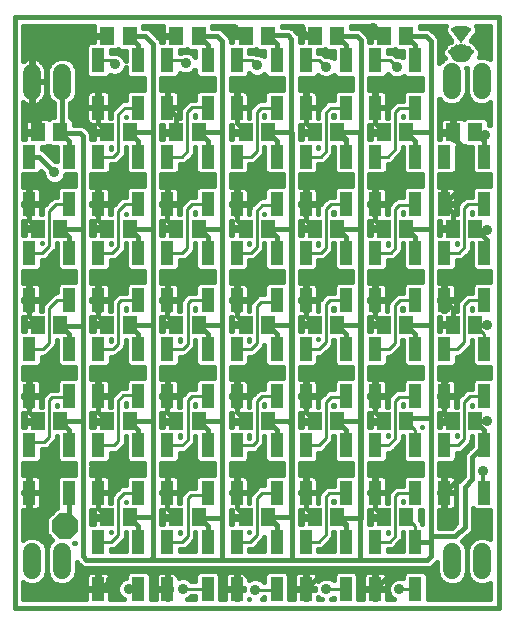
<source format=gtl>
G75*
%MOIN*%
%OFA0B0*%
%FSLAX24Y24*%
%IPPOS*%
%LPD*%
%AMOC8*
5,1,8,0,0,1.08239X$1,22.5*
%
%ADD10C,0.0160*%
%ADD11R,0.0312X0.0004*%
%ADD12R,0.0344X0.0004*%
%ADD13R,0.0368X0.0004*%
%ADD14R,0.0392X0.0004*%
%ADD15R,0.0408X0.0004*%
%ADD16R,0.0424X0.0004*%
%ADD17R,0.0432X0.0004*%
%ADD18R,0.0448X0.0004*%
%ADD19R,0.0456X0.0004*%
%ADD20R,0.0472X0.0004*%
%ADD21R,0.0480X0.0004*%
%ADD22R,0.0488X0.0004*%
%ADD23R,0.0496X0.0004*%
%ADD24R,0.0504X0.0004*%
%ADD25R,0.0512X0.0004*%
%ADD26R,0.0520X0.0004*%
%ADD27R,0.0528X0.0004*%
%ADD28R,0.0536X0.0004*%
%ADD29R,0.0536X0.0004*%
%ADD30R,0.0544X0.0004*%
%ADD31R,0.0552X0.0004*%
%ADD32R,0.0560X0.0004*%
%ADD33R,0.0560X0.0004*%
%ADD34R,0.0568X0.0004*%
%ADD35R,0.0576X0.0004*%
%ADD36R,0.0584X0.0004*%
%ADD37R,0.0592X0.0004*%
%ADD38R,0.0592X0.0004*%
%ADD39R,0.0600X0.0004*%
%ADD40R,0.0608X0.0004*%
%ADD41R,0.0608X0.0004*%
%ADD42R,0.0616X0.0004*%
%ADD43R,0.0624X0.0004*%
%ADD44R,0.0632X0.0004*%
%ADD45R,0.0632X0.0004*%
%ADD46R,0.0640X0.0004*%
%ADD47R,0.0648X0.0004*%
%ADD48R,0.0648X0.0004*%
%ADD49R,0.0656X0.0004*%
%ADD50R,0.0664X0.0004*%
%ADD51R,0.0664X0.0004*%
%ADD52R,0.0672X0.0004*%
%ADD53R,0.0680X0.0004*%
%ADD54R,0.0680X0.0004*%
%ADD55R,0.0688X0.0004*%
%ADD56R,0.0696X0.0004*%
%ADD57R,0.0700X0.0004*%
%ADD58R,0.0708X0.0004*%
%ADD59R,0.0716X0.0004*%
%ADD60R,0.0720X0.0004*%
%ADD61R,0.0720X0.0004*%
%ADD62R,0.0724X0.0004*%
%ADD63R,0.0808X0.0004*%
%ADD64R,0.0824X0.0004*%
%ADD65R,0.0832X0.0004*%
%ADD66R,0.0840X0.0004*%
%ADD67R,0.0848X0.0004*%
%ADD68R,0.0856X0.0004*%
%ADD69R,0.0860X0.0004*%
%ADD70R,0.0864X0.0004*%
%ADD71R,0.0864X0.0004*%
%ADD72R,0.0868X0.0004*%
%ADD73R,0.0872X0.0004*%
%ADD74R,0.0872X0.0004*%
%ADD75R,0.0860X0.0004*%
%ADD76R,0.0832X0.0004*%
%ADD77R,0.0824X0.0004*%
%ADD78R,0.0708X0.0004*%
%ADD79R,0.0712X0.0004*%
%ADD80R,0.0712X0.0004*%
%ADD81R,0.0700X0.0004*%
%ADD82R,0.0696X0.0004*%
%ADD83R,0.0692X0.0004*%
%ADD84R,0.0668X0.0004*%
%ADD85R,0.0660X0.0004*%
%ADD86R,0.0452X0.0004*%
%ADD87R,0.0188X0.0004*%
%ADD88R,0.0448X0.0004*%
%ADD89R,0.0440X0.0004*%
%ADD90R,0.0184X0.0004*%
%ADD91R,0.0432X0.0004*%
%ADD92R,0.0184X0.0004*%
%ADD93R,0.0424X0.0004*%
%ADD94R,0.0412X0.0004*%
%ADD95R,0.0128X0.0004*%
%ADD96R,0.0044X0.0004*%
%ADD97R,0.0400X0.0004*%
%ADD98R,0.0008X0.0004*%
%ADD99R,0.0388X0.0004*%
%ADD100R,0.0132X0.0004*%
%ADD101R,0.0360X0.0004*%
%ADD102R,0.0136X0.0004*%
%ADD103R,0.0340X0.0004*%
%ADD104R,0.0140X0.0004*%
%ADD105R,0.0328X0.0004*%
%ADD106R,0.0144X0.0004*%
%ADD107R,0.0324X0.0004*%
%ADD108R,0.0148X0.0004*%
%ADD109R,0.0320X0.0004*%
%ADD110R,0.0156X0.0004*%
%ADD111R,0.0316X0.0004*%
%ADD112R,0.0176X0.0004*%
%ADD113R,0.0080X0.0004*%
%ADD114R,0.0052X0.0004*%
%ADD115R,0.0380X0.0004*%
%ADD116R,0.0372X0.0004*%
%ADD117R,0.0356X0.0004*%
%ADD118R,0.0004X0.0004*%
%ADD119R,0.0308X0.0004*%
%ADD120R,0.0060X0.0004*%
%ADD121R,0.0240X0.0004*%
%ADD122R,0.0232X0.0004*%
%ADD123R,0.0044X0.0004*%
%ADD124R,0.0164X0.0004*%
%ADD125R,0.0056X0.0004*%
%ADD126R,0.0036X0.0004*%
%ADD127R,0.0156X0.0004*%
%ADD128R,0.0048X0.0004*%
%ADD129R,0.0024X0.0004*%
%ADD130R,0.0036X0.0004*%
%ADD131R,0.0016X0.0004*%
%ADD132R,0.0028X0.0004*%
%ADD133R,0.0012X0.0004*%
%ADD134R,0.0124X0.0004*%
%ADD135R,0.0108X0.0004*%
%ADD136R,0.0008X0.0004*%
%ADD137R,0.0092X0.0004*%
%ADD138R,0.0068X0.0004*%
%ADD139R,0.0008X0.0004*%
%ADD140R,0.0016X0.0004*%
%ADD141R,0.0024X0.0004*%
%ADD142R,0.0032X0.0004*%
%ADD143R,0.0032X0.0004*%
%ADD144R,0.0040X0.0004*%
%ADD145R,0.0056X0.0004*%
%ADD146R,0.0064X0.0004*%
%ADD147R,0.0072X0.0004*%
%ADD148R,0.0088X0.0004*%
%ADD149R,0.0096X0.0004*%
%ADD150R,0.0104X0.0004*%
%ADD151R,0.0112X0.0004*%
%ADD152R,0.0120X0.0004*%
%ADD153R,0.0124X0.0004*%
%ADD154R,0.0128X0.0004*%
%ADD155R,0.0144X0.0004*%
%ADD156R,0.0152X0.0004*%
%ADD157R,0.0152X0.0004*%
%ADD158R,0.0160X0.0004*%
%ADD159R,0.0168X0.0004*%
%ADD160R,0.0176X0.0004*%
%ADD161R,0.0184X0.0004*%
%ADD162R,0.0192X0.0004*%
%ADD163R,0.0200X0.0004*%
%ADD164R,0.0208X0.0004*%
%ADD165R,0.0216X0.0004*%
%ADD166R,0.0216X0.0004*%
%ADD167R,0.0224X0.0004*%
%ADD168R,0.0232X0.0004*%
%ADD169R,0.0240X0.0004*%
%ADD170R,0.0248X0.0004*%
%ADD171R,0.0256X0.0004*%
%ADD172R,0.0264X0.0004*%
%ADD173R,0.0272X0.0004*%
%ADD174R,0.0280X0.0004*%
%ADD175R,0.0288X0.0004*%
%ADD176R,0.0296X0.0004*%
%ADD177R,0.0304X0.0004*%
%ADD178R,0.0320X0.0004*%
%ADD179R,0.0328X0.0004*%
%ADD180R,0.0336X0.0004*%
%ADD181R,0.0336X0.0004*%
%ADD182R,0.0200X0.0004*%
%ADD183R,0.0128X0.0004*%
%ADD184R,0.0204X0.0004*%
%ADD185R,0.0216X0.0004*%
%ADD186R,0.0228X0.0004*%
%ADD187R,0.0416X0.0004*%
%ADD188R,0.0424X0.0004*%
%ADD189R,0.0428X0.0004*%
%ADD190R,0.0304X0.0004*%
%ADD191R,0.0180X0.0004*%
%ADD192R,0.0112X0.0004*%
%ADD193R,0.0176X0.0004*%
%ADD194R,0.0112X0.0004*%
%ADD195R,0.0132X0.0004*%
%ADD196R,0.0116X0.0004*%
%ADD197R,0.0332X0.0004*%
%ADD198R,0.0336X0.0004*%
%ADD199R,0.0480X0.0004*%
%ADD200R,0.0496X0.0004*%
%ADD201R,0.0512X0.0004*%
%ADD202R,0.0544X0.0004*%
%ADD203R,0.0208X0.0004*%
%ADD204R,0.0356X0.0004*%
%ADD205R,0.0208X0.0004*%
%ADD206R,0.0364X0.0004*%
%ADD207R,0.0212X0.0004*%
%ADD208R,0.0368X0.0004*%
%ADD209R,0.0220X0.0004*%
%ADD210R,0.0600X0.0004*%
%ADD211R,0.0356X0.0004*%
%ADD212R,0.0228X0.0004*%
%ADD213R,0.0236X0.0004*%
%ADD214R,0.0360X0.0004*%
%ADD215R,0.0368X0.0004*%
%ADD216R,0.0244X0.0004*%
%ADD217R,0.0252X0.0004*%
%ADD218R,0.0376X0.0004*%
%ADD219R,0.0672X0.0004*%
%ADD220R,0.0624X0.0004*%
%ADD221R,0.0596X0.0004*%
%ADD222R,0.0552X0.0004*%
%ADD223R,0.0456X0.0004*%
%ADD224R,0.0384X0.0004*%
%ADD225R,0.0352X0.0004*%
%ADD226R,0.0188X0.0004*%
%ADD227R,0.0108X0.0004*%
%ADD228R,0.0433X0.0787*%
%ADD229R,0.0512X0.0591*%
%ADD230C,0.0600*%
%ADD231OC8,0.0850*%
%ADD232C,0.0356*%
%ADD233C,0.0100*%
%ADD234C,0.0120*%
D10*
X000208Y000180D02*
X016349Y000180D01*
X016349Y019865D01*
X000208Y019865D01*
X000208Y000180D01*
X000488Y000460D02*
X000488Y001028D01*
X000499Y001016D01*
X000683Y000940D01*
X000882Y000940D01*
X001066Y001016D01*
X001206Y001157D01*
X001283Y001341D01*
X001359Y001157D01*
X001499Y001016D01*
X001683Y000940D01*
X001882Y000940D01*
X002066Y001016D01*
X002206Y001157D01*
X002283Y001341D01*
X002283Y001697D01*
X002328Y001651D01*
X002439Y001541D01*
X002542Y001498D01*
X007173Y001498D01*
X009535Y001498D01*
X014019Y001498D01*
X014122Y001541D01*
X014201Y001620D01*
X014288Y001707D01*
X014288Y001336D01*
X014364Y001152D01*
X014504Y001011D01*
X014688Y000935D01*
X014887Y000935D01*
X015071Y001011D01*
X015211Y001152D01*
X015288Y001336D01*
X015364Y001152D01*
X015504Y001011D01*
X015688Y000935D01*
X015887Y000935D01*
X016069Y001011D01*
X016069Y000460D01*
X013976Y000460D01*
X013976Y001286D01*
X013859Y001404D01*
X013260Y001404D01*
X013143Y001286D01*
X013143Y001155D01*
X013102Y001172D01*
X012951Y001172D01*
X012812Y001115D01*
X012706Y001008D01*
X012648Y000869D01*
X012648Y000719D01*
X012706Y000580D01*
X012812Y000474D01*
X012845Y000460D01*
X012617Y000460D01*
X012617Y000782D01*
X012249Y000782D01*
X012249Y000838D01*
X012193Y000838D01*
X012193Y001384D01*
X011981Y001384D01*
X011935Y001371D01*
X011894Y001348D01*
X011860Y001314D01*
X011837Y001273D01*
X011824Y001227D01*
X011824Y000838D01*
X012193Y000838D01*
X012193Y000782D01*
X011824Y000782D01*
X011824Y000460D01*
X011670Y000460D01*
X011670Y001286D01*
X011553Y001404D01*
X010954Y001404D01*
X010837Y001286D01*
X010837Y001093D01*
X010804Y001127D01*
X010665Y001184D01*
X010514Y001184D01*
X010375Y001127D01*
X010312Y001063D01*
X010312Y001227D01*
X010299Y001273D01*
X010276Y001314D01*
X010242Y001348D01*
X010201Y001371D01*
X010155Y001384D01*
X009943Y001384D01*
X009943Y000838D01*
X009887Y000838D01*
X009887Y000782D01*
X009519Y000782D01*
X009519Y000460D01*
X009364Y000460D01*
X009364Y001286D01*
X009247Y001404D01*
X008648Y001404D01*
X008531Y001286D01*
X008531Y001028D01*
X008512Y001028D01*
X008441Y001099D01*
X008302Y001157D01*
X008152Y001157D01*
X008013Y001099D01*
X008006Y001092D01*
X008006Y001227D01*
X007993Y001273D01*
X007970Y001314D01*
X007936Y001348D01*
X007895Y001371D01*
X007849Y001384D01*
X007637Y001384D01*
X007637Y000838D01*
X007581Y000838D01*
X007581Y000782D01*
X007213Y000782D01*
X007213Y000460D01*
X007057Y000460D01*
X007057Y001286D01*
X006940Y001404D01*
X006341Y001404D01*
X006224Y001286D01*
X006224Y001060D01*
X006091Y001060D01*
X006020Y001130D01*
X005881Y001188D01*
X005731Y001188D01*
X005699Y001175D01*
X005699Y001227D01*
X005686Y001273D01*
X005663Y001314D01*
X005629Y001348D01*
X005588Y001371D01*
X005542Y001384D01*
X005330Y001384D01*
X005330Y000838D01*
X005274Y000838D01*
X005274Y000782D01*
X004906Y000782D01*
X004906Y000460D01*
X004750Y000460D01*
X004750Y001286D01*
X004633Y001404D01*
X004034Y001404D01*
X003917Y001286D01*
X003917Y001178D01*
X003793Y001127D01*
X003686Y001020D01*
X003629Y000881D01*
X003629Y000731D01*
X003686Y000592D01*
X003793Y000485D01*
X003854Y000460D01*
X003391Y000460D01*
X003391Y000782D01*
X003023Y000782D01*
X003023Y000838D01*
X002967Y000838D01*
X002967Y001384D01*
X002755Y001384D01*
X002709Y001371D01*
X002668Y001348D01*
X002634Y001314D01*
X002611Y001273D01*
X002598Y001227D01*
X002598Y000838D01*
X002967Y000838D01*
X002967Y000782D01*
X002598Y000782D01*
X002598Y000460D01*
X000488Y000460D01*
X000488Y000497D02*
X002598Y000497D01*
X002598Y000656D02*
X000488Y000656D01*
X000488Y000814D02*
X002967Y000814D01*
X002995Y000810D02*
X002995Y001361D01*
X003113Y001479D01*
X005432Y001479D01*
X005471Y001440D01*
X005302Y001271D01*
X005302Y000810D01*
X005274Y000814D02*
X004750Y000814D01*
X004906Y000838D02*
X005274Y000838D01*
X005274Y001384D01*
X005062Y001384D01*
X005016Y001371D01*
X004975Y001348D01*
X004941Y001314D01*
X004918Y001273D01*
X004906Y001227D01*
X004906Y000838D01*
X004906Y000973D02*
X004750Y000973D01*
X004750Y001131D02*
X004906Y001131D01*
X004927Y001290D02*
X004747Y001290D01*
X004715Y001778D02*
X004814Y001877D01*
X004814Y003129D01*
X004751Y003192D01*
X004038Y003192D01*
X004334Y002897D01*
X004334Y002385D01*
X003917Y002399D02*
X003804Y002399D01*
X003806Y002401D02*
X003876Y002471D01*
X003914Y002563D01*
X003914Y002697D01*
X003917Y002697D01*
X003917Y002058D01*
X003411Y002058D01*
X003411Y002135D01*
X003486Y002135D01*
X003578Y002173D01*
X003806Y002401D01*
X003912Y002558D02*
X003917Y002558D01*
X003917Y002241D02*
X003645Y002241D01*
X003411Y002082D02*
X003917Y002082D01*
X003411Y002714D02*
X003411Y002717D01*
X003414Y002717D01*
X003411Y002714D01*
X003411Y002716D02*
X003414Y002716D01*
X003242Y003144D02*
X002854Y003144D01*
X002854Y002978D01*
X002767Y002978D01*
X002767Y003445D01*
X002854Y003445D01*
X002854Y003240D01*
X003242Y003240D01*
X003242Y003144D01*
X003242Y003192D02*
X002767Y003192D01*
X002767Y003350D02*
X002854Y003350D01*
X002995Y003487D02*
X002995Y004019D01*
X002995Y004715D01*
X003026Y004747D01*
X003023Y004592D02*
X003023Y004047D01*
X002967Y004047D01*
X002967Y004592D01*
X002767Y004592D01*
X002767Y004822D01*
X002775Y004841D01*
X002775Y004952D01*
X002767Y004971D01*
X002767Y005000D01*
X003294Y005000D01*
X003411Y005117D01*
X003411Y005343D01*
X003576Y005343D01*
X003668Y005381D01*
X003802Y005515D01*
X003872Y005586D01*
X003910Y005678D01*
X003910Y005905D01*
X003917Y005905D01*
X003917Y005117D01*
X004034Y005000D01*
X004534Y005000D01*
X004534Y004612D01*
X004034Y004612D01*
X003917Y004495D01*
X003917Y004265D01*
X003815Y004265D01*
X003723Y004227D01*
X003653Y004156D01*
X003452Y003955D01*
X003414Y003864D01*
X003414Y003667D01*
X003391Y003667D01*
X003391Y003990D01*
X003023Y003990D01*
X003023Y004047D01*
X003391Y004047D01*
X003391Y004436D01*
X003379Y004482D01*
X003356Y004523D01*
X003322Y004556D01*
X003281Y004580D01*
X003235Y004592D01*
X003023Y004592D01*
X003023Y004460D02*
X002967Y004460D01*
X002967Y004301D02*
X003023Y004301D01*
X003023Y004143D02*
X002967Y004143D01*
X003391Y004143D02*
X003639Y004143D01*
X003481Y003984D02*
X003391Y003984D01*
X003391Y003826D02*
X003414Y003826D01*
X003391Y004301D02*
X003917Y004301D01*
X003917Y004460D02*
X003385Y004460D01*
X003388Y005094D02*
X003940Y005094D01*
X003917Y005252D02*
X003411Y005252D01*
X003697Y005411D02*
X003917Y005411D01*
X003917Y005569D02*
X003856Y005569D01*
X003910Y005728D02*
X003917Y005728D01*
X003910Y005886D02*
X003917Y005886D01*
X004334Y006105D02*
X004038Y006400D01*
X004763Y006400D01*
X004814Y006349D01*
X004814Y003129D01*
X005094Y003192D02*
X005549Y003192D01*
X005549Y003240D02*
X005549Y003144D01*
X005161Y003144D01*
X005161Y002978D01*
X005094Y002978D01*
X005094Y003445D01*
X005161Y003445D01*
X005161Y003240D01*
X005549Y003240D01*
X005597Y003192D02*
X005302Y003487D01*
X005302Y004019D01*
X005302Y004696D01*
X005353Y004747D01*
X005330Y004592D02*
X005330Y004047D01*
X005274Y004047D01*
X005274Y004592D01*
X005094Y004592D01*
X005094Y005000D01*
X005601Y005000D01*
X005719Y005117D01*
X005719Y005343D01*
X005836Y005343D01*
X005928Y005381D01*
X006113Y005566D01*
X006183Y005637D01*
X006221Y005729D01*
X006221Y005905D01*
X006224Y005905D01*
X006224Y005117D01*
X006341Y005000D01*
X006849Y005000D01*
X006849Y004612D01*
X006341Y004612D01*
X006224Y004495D01*
X006224Y004186D01*
X006036Y004186D01*
X005944Y004148D01*
X005874Y004078D01*
X005759Y003963D01*
X005721Y003871D01*
X005721Y003667D01*
X005699Y003667D01*
X005699Y003990D01*
X005330Y003990D01*
X005330Y003667D01*
X005318Y003667D01*
X005274Y003655D01*
X005274Y003990D01*
X005330Y003990D01*
X005330Y004047D01*
X005699Y004047D01*
X005699Y004436D01*
X005686Y004482D01*
X005663Y004523D01*
X005629Y004556D01*
X005588Y004580D01*
X005542Y004592D01*
X005330Y004592D01*
X005330Y004460D02*
X005274Y004460D01*
X005274Y004301D02*
X005330Y004301D01*
X005330Y004143D02*
X005274Y004143D01*
X005274Y004047D02*
X005094Y004047D01*
X005094Y003990D01*
X005274Y003990D01*
X005274Y004047D01*
X005274Y003984D02*
X005330Y003984D01*
X005330Y003826D02*
X005274Y003826D01*
X005274Y003667D02*
X005317Y003667D01*
X005161Y003350D02*
X005094Y003350D01*
X005094Y003033D02*
X005161Y003033D01*
X005719Y002717D02*
X005719Y002655D01*
X005721Y002658D01*
X005721Y002717D01*
X005719Y002717D01*
X005719Y002716D02*
X005721Y002716D01*
X006113Y002342D02*
X006183Y002412D01*
X006221Y002504D01*
X006221Y002697D01*
X006224Y002697D01*
X006224Y002058D01*
X005719Y002058D01*
X005719Y002135D01*
X005852Y002135D01*
X005944Y002173D01*
X006113Y002342D01*
X006170Y002399D02*
X006224Y002399D01*
X006224Y002241D02*
X006011Y002241D01*
X006224Y002082D02*
X005719Y002082D01*
X005432Y001479D02*
X010373Y001479D01*
X010277Y001384D01*
X010277Y001172D01*
X009915Y000810D01*
X009887Y000814D02*
X009364Y000814D01*
X009519Y000838D02*
X009887Y000838D01*
X009887Y001384D01*
X009675Y001384D01*
X009629Y001371D01*
X009588Y001348D01*
X009554Y001314D01*
X009531Y001273D01*
X009519Y001227D01*
X009519Y000838D01*
X009519Y000973D02*
X009364Y000973D01*
X009364Y001131D02*
X009519Y001131D01*
X009540Y001290D02*
X009361Y001290D01*
X009479Y001778D02*
X009444Y001814D01*
X009444Y016019D01*
X009436Y016026D01*
X008652Y016026D01*
X009428Y016026D01*
X009436Y016034D01*
X009436Y012786D01*
X009404Y012818D01*
X008652Y012818D01*
X008948Y012523D01*
X008948Y012011D01*
X008632Y011434D02*
X007925Y011434D01*
X007909Y011417D02*
X007413Y011417D01*
X007413Y011010D01*
X007581Y011010D01*
X007581Y010464D01*
X007413Y010464D01*
X007413Y010408D01*
X007581Y010408D01*
X007581Y010464D01*
X007637Y010464D01*
X007637Y011010D01*
X007849Y011010D01*
X007895Y010997D01*
X007936Y010974D01*
X007970Y010940D01*
X007993Y010899D01*
X008006Y010853D01*
X008006Y010464D01*
X007637Y010464D01*
X007637Y010408D01*
X007637Y010084D01*
X007625Y010084D01*
X007581Y010073D01*
X007581Y010408D01*
X007637Y010408D01*
X008006Y010408D01*
X008006Y010084D01*
X008036Y010084D01*
X008036Y010289D01*
X008074Y010381D01*
X008212Y010518D01*
X008282Y010589D01*
X008374Y010627D01*
X008531Y010627D01*
X008531Y010912D01*
X008648Y011030D01*
X009156Y011030D01*
X009156Y011417D01*
X008648Y011417D01*
X008531Y011534D01*
X008531Y012323D01*
X008528Y012323D01*
X008528Y012166D01*
X008490Y012074D01*
X008420Y012003D01*
X008215Y011799D01*
X008123Y011761D01*
X008026Y011761D01*
X008026Y011534D01*
X007909Y011417D01*
X008026Y011592D02*
X008531Y011592D01*
X008531Y011751D02*
X008026Y011751D01*
X008326Y011909D02*
X008531Y011909D01*
X008531Y012068D02*
X008484Y012068D01*
X008528Y012226D02*
X008531Y012226D01*
X008028Y012319D02*
X008026Y012316D01*
X008026Y012343D01*
X008028Y012343D01*
X008028Y012319D01*
X007856Y012770D02*
X007469Y012770D01*
X007469Y012604D01*
X007413Y012604D01*
X007413Y013071D01*
X007469Y013071D01*
X007469Y012866D01*
X007856Y012866D01*
X007856Y012770D01*
X007904Y012818D02*
X007609Y013113D01*
X007609Y013645D01*
X007609Y014511D01*
X007413Y014445D02*
X009156Y014445D01*
X009156Y014287D02*
X007413Y014287D01*
X007413Y014218D02*
X007413Y014626D01*
X007909Y014626D01*
X008026Y014743D01*
X008026Y014969D01*
X008135Y014969D01*
X008227Y015007D01*
X008416Y015196D01*
X008486Y015267D01*
X008524Y015359D01*
X008524Y015531D01*
X008531Y015531D01*
X008531Y014743D01*
X008648Y014626D01*
X009156Y014626D01*
X009156Y014238D01*
X008648Y014238D01*
X008531Y014121D01*
X008531Y013855D01*
X008418Y013855D01*
X008326Y013817D01*
X008066Y013558D01*
X008028Y013466D01*
X008028Y013293D01*
X008006Y013293D01*
X008006Y013616D01*
X007637Y013616D01*
X007637Y013293D01*
X007625Y013293D01*
X007581Y013281D01*
X007581Y013616D01*
X007637Y013616D01*
X007637Y013673D01*
X007581Y013673D01*
X007581Y014218D01*
X007413Y014218D01*
X007581Y014128D02*
X007637Y014128D01*
X007637Y014218D02*
X007637Y013673D01*
X008006Y013673D01*
X008006Y014062D01*
X007993Y014108D01*
X007970Y014149D01*
X007936Y014182D01*
X007895Y014206D01*
X007849Y014218D01*
X007637Y014218D01*
X007637Y013970D02*
X007581Y013970D01*
X007581Y013811D02*
X007637Y013811D01*
X007581Y013673D02*
X007581Y013616D01*
X007413Y013616D01*
X007413Y013673D01*
X007581Y013673D01*
X007581Y013653D02*
X007413Y013653D01*
X007581Y013494D02*
X007637Y013494D01*
X007637Y013336D02*
X007581Y013336D01*
X007637Y013653D02*
X008161Y013653D01*
X008040Y013494D02*
X008006Y013494D01*
X008006Y013336D02*
X008028Y013336D01*
X008006Y013811D02*
X008320Y013811D01*
X008531Y013970D02*
X008006Y013970D01*
X007982Y014128D02*
X008538Y014128D01*
X008531Y014762D02*
X008026Y014762D01*
X008026Y014921D02*
X008531Y014921D01*
X008531Y015079D02*
X008299Y015079D01*
X008457Y015238D02*
X008531Y015238D01*
X008524Y015396D02*
X008531Y015396D01*
X008948Y015219D02*
X008948Y015731D01*
X008652Y016026D01*
X008531Y016522D02*
X008531Y016591D01*
X008524Y016591D01*
X008524Y016522D01*
X008531Y016522D01*
X008190Y016981D02*
X008006Y016981D01*
X008006Y016881D02*
X008006Y017271D01*
X007993Y017316D01*
X007970Y017357D01*
X007936Y017391D01*
X007895Y017415D01*
X007849Y017427D01*
X007637Y017427D01*
X007637Y016882D01*
X007581Y016882D01*
X007581Y017427D01*
X007409Y017427D01*
X007409Y017834D01*
X007909Y017834D01*
X008026Y017951D01*
X008026Y017993D01*
X008076Y017942D01*
X008215Y017885D01*
X008365Y017885D01*
X008504Y017942D01*
X008531Y017969D01*
X008531Y017951D01*
X008648Y017834D01*
X009156Y017834D01*
X009156Y017447D01*
X008648Y017447D01*
X008531Y017330D01*
X008531Y017091D01*
X008355Y017091D01*
X008263Y017053D01*
X008192Y016983D01*
X008063Y016853D01*
X008024Y016761D01*
X008024Y016502D01*
X008006Y016502D01*
X008006Y016825D01*
X007637Y016825D01*
X007637Y016881D01*
X008006Y016881D01*
X008006Y016823D02*
X008050Y016823D01*
X008024Y016664D02*
X008006Y016664D01*
X008006Y016506D02*
X008024Y016506D01*
X007856Y016074D02*
X007856Y015979D01*
X007469Y015979D01*
X007469Y015813D01*
X007413Y015813D01*
X007413Y016055D01*
X007409Y016064D01*
X007409Y016090D01*
X007409Y016280D01*
X007469Y016280D01*
X007469Y016074D01*
X007856Y016074D01*
X007856Y016030D02*
X007413Y016030D01*
X007413Y015872D02*
X007469Y015872D01*
X007469Y016189D02*
X007409Y016189D01*
X007609Y016322D02*
X007609Y016853D01*
X007609Y017515D01*
X007409Y017457D02*
X009156Y017457D01*
X009156Y017615D02*
X007409Y017615D01*
X007409Y017774D02*
X009156Y017774D01*
X009716Y017774D02*
X011459Y017774D01*
X011459Y017834D02*
X011459Y017447D01*
X010954Y017447D01*
X010837Y017330D01*
X010837Y017099D01*
X010693Y017099D01*
X010601Y017061D01*
X010531Y016991D01*
X010374Y016833D01*
X010336Y016742D01*
X010336Y016502D01*
X010312Y016502D01*
X010312Y016825D01*
X009943Y016825D01*
X009943Y016881D01*
X010312Y016881D01*
X010312Y017271D01*
X010299Y017316D01*
X010276Y017357D01*
X010242Y017391D01*
X010201Y017415D01*
X010155Y017427D01*
X009943Y017427D01*
X009943Y016882D01*
X009887Y016882D01*
X009887Y017427D01*
X009716Y017427D01*
X009716Y017834D01*
X010214Y017834D01*
X010317Y017937D01*
X010367Y017887D01*
X010506Y017829D01*
X010657Y017829D01*
X010796Y017887D01*
X010849Y017940D01*
X010954Y017834D01*
X011459Y017834D01*
X011459Y017615D02*
X009716Y017615D01*
X009716Y017457D02*
X011459Y017457D01*
X012019Y017457D02*
X013802Y017457D01*
X013802Y017447D02*
X013260Y017447D01*
X013143Y017330D01*
X013143Y017080D01*
X012973Y017080D01*
X012881Y017042D01*
X012811Y016971D01*
X012681Y016841D01*
X012643Y016749D01*
X012643Y016502D01*
X012617Y016502D01*
X012617Y016825D01*
X012249Y016825D01*
X012249Y016881D01*
X012617Y016881D01*
X012617Y017271D01*
X012605Y017316D01*
X012582Y017357D01*
X012548Y017391D01*
X012507Y017415D01*
X012461Y017427D01*
X012249Y017427D01*
X012249Y016882D01*
X012193Y016882D01*
X012193Y017427D01*
X012019Y017427D01*
X012019Y017834D01*
X012520Y017834D01*
X012637Y017951D01*
X012637Y017967D01*
X012726Y017879D01*
X012865Y017822D01*
X013015Y017822D01*
X013154Y017879D01*
X013185Y017910D01*
X013260Y017834D01*
X013802Y017834D01*
X013802Y017447D01*
X013802Y017615D02*
X012019Y017615D01*
X012019Y017774D02*
X013802Y017774D01*
X013560Y018428D02*
X013560Y018940D01*
X013264Y019235D01*
X013904Y019235D01*
X014082Y019058D01*
X014082Y016026D01*
X013264Y016026D01*
X013560Y015731D01*
X013560Y015219D01*
X013143Y015238D02*
X013008Y015238D01*
X013034Y015263D02*
X013105Y015334D01*
X013143Y015426D01*
X013143Y015531D01*
X013143Y014743D01*
X013260Y014626D01*
X013802Y014626D01*
X013802Y014238D01*
X013260Y014238D01*
X013143Y014121D01*
X013143Y013867D01*
X012981Y013867D01*
X012889Y013829D01*
X012818Y013759D01*
X012681Y013621D01*
X012643Y013529D01*
X012643Y013293D01*
X012617Y013293D01*
X012617Y013616D01*
X012249Y013616D01*
X012249Y013293D01*
X012237Y013293D01*
X012193Y013281D01*
X012193Y013616D01*
X012249Y013616D01*
X012249Y013673D01*
X012193Y013673D01*
X012193Y014218D01*
X012019Y014218D01*
X012019Y014626D01*
X012520Y014626D01*
X012637Y014743D01*
X012637Y014969D01*
X012686Y014969D01*
X012778Y015007D01*
X013034Y015263D01*
X013130Y015396D02*
X013143Y015396D01*
X013143Y015531D02*
X013143Y015531D01*
X013143Y015079D02*
X012850Y015079D01*
X012637Y014921D02*
X013143Y014921D01*
X013143Y014762D02*
X012637Y014762D01*
X012507Y014206D02*
X012461Y014218D01*
X012249Y014218D01*
X012249Y013673D01*
X012617Y013673D01*
X012617Y014062D01*
X012605Y014108D01*
X012582Y014149D01*
X012548Y014182D01*
X012507Y014206D01*
X012594Y014128D02*
X013150Y014128D01*
X013143Y013970D02*
X012617Y013970D01*
X012617Y013811D02*
X012871Y013811D01*
X012712Y013653D02*
X012249Y013653D01*
X012221Y013645D02*
X012221Y013113D01*
X012516Y012818D01*
X012468Y012860D02*
X012019Y012860D01*
X012019Y012877D02*
X012019Y013071D01*
X012080Y013071D01*
X012080Y012866D01*
X012468Y012866D01*
X012468Y012770D01*
X012080Y012770D01*
X012080Y012604D01*
X012019Y012604D01*
X012019Y012877D01*
X012019Y013019D02*
X012080Y013019D01*
X012080Y012702D02*
X012019Y012702D01*
X011739Y012822D02*
X011735Y012818D01*
X010958Y012818D01*
X011254Y012523D01*
X011254Y012011D01*
X010938Y011434D02*
X010231Y011434D01*
X010214Y011417D02*
X010332Y011534D01*
X010332Y011761D01*
X010470Y011761D01*
X010562Y011799D01*
X010723Y011960D01*
X010794Y012031D01*
X010832Y012122D01*
X010832Y012323D01*
X010837Y012323D01*
X010837Y011534D01*
X010954Y011417D01*
X011451Y011417D01*
X011451Y011030D01*
X010954Y011030D01*
X010837Y010912D01*
X010837Y010678D01*
X010658Y010678D01*
X010566Y010640D01*
X010496Y010570D01*
X010370Y010444D01*
X010332Y010352D01*
X010332Y010084D01*
X010312Y010084D01*
X010312Y010408D01*
X009943Y010408D01*
X009943Y010464D01*
X009887Y010464D01*
X009887Y011010D01*
X009724Y011010D01*
X009724Y011417D01*
X010214Y011417D01*
X010332Y011592D02*
X010837Y011592D01*
X010837Y011751D02*
X010332Y011751D01*
X010672Y011909D02*
X010837Y011909D01*
X010837Y012068D02*
X010809Y012068D01*
X010832Y012226D02*
X010837Y012226D01*
X010332Y012276D02*
X010332Y012276D01*
X010332Y012343D01*
X010332Y012343D01*
X010332Y012276D01*
X010162Y012770D02*
X009774Y012770D01*
X009774Y012604D01*
X009724Y012604D01*
X009724Y013071D01*
X009774Y013071D01*
X009774Y012866D01*
X010162Y012866D01*
X010162Y012770D01*
X010210Y012818D02*
X009915Y013113D01*
X009915Y013645D01*
X009915Y014273D01*
X009936Y014294D01*
X009943Y014218D02*
X009943Y013673D01*
X009887Y013673D01*
X009887Y014218D01*
X009724Y014218D01*
X009724Y014626D01*
X010214Y014626D01*
X010332Y014743D01*
X010332Y014969D01*
X010458Y014969D01*
X010550Y015007D01*
X010727Y015185D01*
X010797Y015255D01*
X010836Y015347D01*
X010836Y015531D01*
X010837Y015531D01*
X010837Y014743D01*
X010954Y014626D01*
X011451Y014626D01*
X011451Y014238D01*
X010954Y014238D01*
X010837Y014121D01*
X010837Y013879D01*
X010693Y013879D01*
X010601Y013841D01*
X010531Y013770D01*
X010370Y013609D01*
X010332Y013517D01*
X010332Y013293D01*
X010312Y013293D01*
X010312Y013616D01*
X009943Y013616D01*
X009943Y013293D01*
X009931Y013293D01*
X009887Y013281D01*
X009887Y013616D01*
X009943Y013616D01*
X009943Y013673D01*
X010312Y013673D01*
X010312Y014062D01*
X010299Y014108D01*
X010276Y014149D01*
X010242Y014182D01*
X010201Y014206D01*
X010155Y014218D01*
X009943Y014218D01*
X009943Y014128D02*
X009887Y014128D01*
X009887Y013970D02*
X009943Y013970D01*
X009943Y013811D02*
X009887Y013811D01*
X009887Y013673D02*
X009724Y013673D01*
X009724Y013616D01*
X009887Y013616D01*
X009887Y013673D01*
X009887Y013653D02*
X009724Y013653D01*
X009887Y013494D02*
X009943Y013494D01*
X009943Y013336D02*
X009887Y013336D01*
X009943Y013653D02*
X010413Y013653D01*
X010332Y013494D02*
X010312Y013494D01*
X010312Y013336D02*
X010332Y013336D01*
X010312Y013811D02*
X010572Y013811D01*
X010312Y013970D02*
X010837Y013970D01*
X010844Y014128D02*
X010288Y014128D01*
X010332Y014762D02*
X010837Y014762D01*
X010837Y014921D02*
X010332Y014921D01*
X010622Y015079D02*
X010837Y015079D01*
X010837Y015238D02*
X010780Y015238D01*
X010836Y015396D02*
X010837Y015396D01*
X011254Y015219D02*
X011254Y015731D01*
X011254Y015787D01*
X010995Y016046D01*
X011739Y016046D01*
X011739Y012822D01*
X011739Y009578D01*
X011708Y009609D01*
X010958Y009609D01*
X011254Y009314D01*
X011254Y008802D01*
X010837Y008739D02*
X010652Y008739D01*
X010723Y008811D02*
X010723Y008811D01*
X010794Y008881D01*
X010832Y008973D01*
X010832Y009114D01*
X010837Y009114D01*
X010837Y008326D01*
X010954Y008208D01*
X011451Y008208D01*
X011451Y007821D01*
X010954Y007821D01*
X010837Y007704D01*
X010837Y007465D01*
X010717Y007465D01*
X010625Y007427D01*
X010555Y007357D01*
X010370Y007172D01*
X010332Y007080D01*
X010332Y006876D01*
X010312Y006876D01*
X010312Y007199D01*
X009943Y007199D01*
X009943Y006876D01*
X009931Y006876D01*
X009887Y006864D01*
X009887Y007199D01*
X009943Y007199D01*
X009943Y007256D01*
X009887Y007256D01*
X009887Y007801D01*
X009724Y007801D01*
X009724Y008208D01*
X010214Y008208D01*
X010332Y008326D01*
X010332Y008552D01*
X010411Y008552D01*
X010503Y008590D01*
X010723Y008811D01*
X010800Y008898D02*
X010837Y008898D01*
X010832Y009056D02*
X010837Y009056D01*
X010837Y008581D02*
X010480Y008581D01*
X010332Y008422D02*
X010837Y008422D01*
X010899Y008264D02*
X010270Y008264D01*
X009936Y008038D02*
X009915Y008017D01*
X009915Y007227D01*
X009915Y006696D01*
X010210Y006400D01*
X010162Y006362D02*
X009724Y006362D01*
X009774Y006353D02*
X009774Y006187D01*
X009724Y006187D01*
X009724Y006654D01*
X009774Y006654D01*
X009774Y006448D01*
X010162Y006448D01*
X010162Y006353D01*
X009774Y006353D01*
X009774Y006203D02*
X009724Y006203D01*
X009436Y006310D02*
X009345Y006400D01*
X008652Y006400D01*
X008948Y006105D01*
X008948Y005593D01*
X008531Y005569D02*
X008466Y005569D01*
X008490Y005594D02*
X008528Y005685D01*
X008528Y005905D01*
X008531Y005905D01*
X008531Y005117D01*
X008648Y005000D01*
X009156Y005000D01*
X009156Y004612D01*
X008648Y004612D01*
X008531Y004495D01*
X008531Y004261D01*
X008414Y004261D01*
X008322Y004223D01*
X008141Y004042D01*
X008070Y003971D01*
X008032Y003879D01*
X008032Y003667D01*
X008006Y003667D01*
X008006Y003990D01*
X007637Y003990D01*
X007637Y003667D01*
X007625Y003667D01*
X007581Y003655D01*
X007581Y003990D01*
X007637Y003990D01*
X007637Y004047D01*
X007581Y004047D01*
X007581Y004592D01*
X007413Y004592D01*
X007413Y005000D01*
X007909Y005000D01*
X008026Y005117D01*
X008026Y005343D01*
X008186Y005343D01*
X008278Y005381D01*
X008420Y005523D01*
X008490Y005594D01*
X008420Y005523D02*
X008420Y005523D01*
X008531Y005411D02*
X008307Y005411D01*
X008531Y005252D02*
X008026Y005252D01*
X008002Y005094D02*
X008555Y005094D01*
X008528Y005728D02*
X008531Y005728D01*
X008528Y005886D02*
X008531Y005886D01*
X008028Y005886D02*
X008026Y005886D01*
X008026Y005925D02*
X008028Y005925D01*
X008028Y005843D01*
X008026Y005843D01*
X008026Y005925D01*
X007856Y006353D02*
X007469Y006353D01*
X007469Y006187D01*
X007413Y006187D01*
X007413Y006654D01*
X007469Y006654D01*
X007469Y006448D01*
X007856Y006448D01*
X007856Y006353D01*
X007856Y006362D02*
X007413Y006362D01*
X007413Y006520D02*
X007469Y006520D01*
X007609Y006696D02*
X007609Y007227D01*
X007609Y008007D01*
X007413Y007947D02*
X009156Y007947D01*
X009156Y007821D02*
X008648Y007821D01*
X008531Y007704D01*
X008531Y007477D01*
X008398Y007477D01*
X008306Y007439D01*
X008236Y007369D01*
X008066Y007200D01*
X008028Y007108D01*
X008028Y006876D01*
X008006Y006876D01*
X008006Y007199D01*
X007637Y007199D01*
X007637Y006876D01*
X007625Y006876D01*
X007581Y006864D01*
X007581Y007199D01*
X007637Y007199D01*
X007637Y007256D01*
X007581Y007256D01*
X007581Y007801D01*
X007413Y007801D01*
X007413Y008208D01*
X007909Y008208D01*
X008026Y008326D01*
X008026Y008552D01*
X008151Y008552D01*
X008243Y008590D01*
X008428Y008775D01*
X008498Y008845D01*
X008531Y008925D01*
X008531Y008326D01*
X008648Y008208D01*
X009156Y008208D01*
X009156Y007821D01*
X009156Y008105D02*
X007413Y008105D01*
X007581Y007788D02*
X007637Y007788D01*
X007637Y007801D02*
X007637Y007256D01*
X008006Y007256D01*
X008006Y007645D01*
X007993Y007690D01*
X007970Y007731D01*
X007936Y007765D01*
X007895Y007789D01*
X007849Y007801D01*
X007637Y007801D01*
X007637Y007630D02*
X007581Y007630D01*
X007581Y007471D02*
X007637Y007471D01*
X007637Y007313D02*
X007581Y007313D01*
X007581Y007256D02*
X007413Y007256D01*
X007413Y007199D01*
X007581Y007199D01*
X007581Y007256D01*
X007581Y007154D02*
X007637Y007154D01*
X007637Y006996D02*
X007581Y006996D01*
X007609Y006696D02*
X007904Y006400D01*
X007469Y006203D02*
X007413Y006203D01*
X007129Y006436D02*
X007093Y006400D01*
X006345Y006400D01*
X006641Y006105D01*
X006641Y005593D01*
X006224Y005569D02*
X006115Y005569D01*
X006113Y005566D02*
X006113Y005566D01*
X006224Y005411D02*
X005957Y005411D01*
X005719Y005252D02*
X006224Y005252D01*
X006247Y005094D02*
X005695Y005094D01*
X005692Y004460D02*
X006224Y004460D01*
X006224Y004301D02*
X005699Y004301D01*
X005699Y004143D02*
X005939Y004143D01*
X005780Y003984D02*
X005699Y003984D01*
X005699Y003826D02*
X005721Y003826D01*
X006345Y003192D02*
X006641Y002897D01*
X006641Y002385D01*
X006641Y002893D01*
X006373Y003160D01*
X007117Y003160D01*
X007129Y003172D01*
X007129Y006436D01*
X007129Y009660D01*
X007078Y009609D01*
X006345Y009609D01*
X006641Y009314D01*
X006641Y008802D01*
X006224Y008739D02*
X006100Y008739D01*
X006113Y008752D02*
X006183Y008822D01*
X006221Y008914D01*
X006221Y009114D01*
X006224Y009114D01*
X006224Y008326D01*
X006341Y008208D01*
X006849Y008208D01*
X006849Y007821D01*
X006341Y007821D01*
X006224Y007704D01*
X006224Y007473D01*
X006055Y007473D01*
X005964Y007435D01*
X005893Y007365D01*
X005759Y007231D01*
X005721Y007139D01*
X005721Y006876D01*
X005699Y006876D01*
X005699Y007199D01*
X005330Y007199D01*
X005330Y006876D01*
X005318Y006876D01*
X005274Y006864D01*
X005274Y007199D01*
X005330Y007199D01*
X005330Y007256D01*
X005274Y007256D01*
X005274Y007801D01*
X005094Y007801D01*
X005094Y008208D01*
X005601Y008208D01*
X005719Y008326D01*
X005719Y008552D01*
X005860Y008552D01*
X005952Y008590D01*
X006113Y008752D01*
X006215Y008898D02*
X006224Y008898D01*
X006221Y009056D02*
X006224Y009056D01*
X006224Y008581D02*
X005928Y008581D01*
X005719Y008422D02*
X006224Y008422D01*
X006286Y008264D02*
X005657Y008264D01*
X005353Y007971D02*
X005302Y007920D01*
X005302Y007227D01*
X005302Y006696D01*
X005597Y006400D01*
X005549Y006362D02*
X005094Y006362D01*
X005161Y006353D02*
X005161Y006187D01*
X005094Y006187D01*
X005094Y006654D01*
X005161Y006654D01*
X005161Y006448D01*
X005549Y006448D01*
X005549Y006353D01*
X005161Y006353D01*
X005161Y006203D02*
X005094Y006203D01*
X004814Y006349D02*
X004814Y009637D01*
X004786Y009609D01*
X004038Y009609D01*
X004334Y009314D01*
X004334Y008802D01*
X003979Y008264D02*
X003350Y008264D01*
X003294Y008208D02*
X003411Y008326D01*
X003411Y008552D01*
X003533Y008552D01*
X003625Y008590D01*
X003806Y008771D01*
X003876Y008842D01*
X003914Y008933D01*
X003914Y009114D01*
X003917Y009114D01*
X003917Y008326D01*
X004034Y008208D01*
X004534Y008208D01*
X004534Y007821D01*
X004034Y007821D01*
X003917Y007704D01*
X003917Y007505D01*
X003780Y007505D01*
X003688Y007467D01*
X003618Y007396D01*
X003448Y007227D01*
X003410Y007135D01*
X003410Y006876D01*
X003391Y006876D01*
X003391Y007199D01*
X003023Y007199D01*
X003023Y007256D01*
X002967Y007256D01*
X002967Y007801D01*
X002767Y007801D01*
X002767Y008208D01*
X003294Y008208D01*
X003026Y007987D02*
X002995Y007956D01*
X002995Y007227D01*
X002995Y006696D01*
X003290Y006400D01*
X003242Y006362D02*
X002767Y006362D01*
X002854Y006353D02*
X002854Y006187D01*
X002767Y006187D01*
X002767Y006654D01*
X002854Y006654D01*
X002854Y006448D01*
X003242Y006448D01*
X003242Y006353D01*
X002854Y006353D01*
X002854Y006203D02*
X002767Y006203D01*
X002487Y006369D02*
X002456Y006400D01*
X001739Y006400D01*
X002030Y006110D01*
X002030Y005593D01*
X002030Y006105D01*
X001735Y006400D01*
X001613Y005905D02*
X001613Y005117D01*
X001730Y005000D01*
X002207Y005000D01*
X002207Y004612D01*
X001730Y004612D01*
X001613Y004495D01*
X001613Y003542D01*
X001634Y003522D01*
X001630Y003522D01*
X001264Y003155D01*
X001264Y002638D01*
X001468Y002433D01*
X001359Y002323D01*
X001283Y002139D01*
X001283Y001341D01*
X001283Y002139D01*
X001206Y002323D01*
X001066Y002464D01*
X000882Y002540D01*
X000683Y002540D01*
X000499Y002464D01*
X000488Y002452D01*
X000488Y003445D01*
X000663Y003445D01*
X000663Y003990D01*
X000720Y003990D01*
X000720Y004047D01*
X001088Y004047D01*
X001088Y004436D01*
X001076Y004482D01*
X001052Y004523D01*
X001018Y004556D01*
X000977Y004580D01*
X000931Y004592D01*
X000720Y004592D01*
X000720Y004047D01*
X000663Y004047D01*
X000663Y004592D01*
X000488Y004592D01*
X000488Y005000D01*
X000991Y005000D01*
X001108Y005117D01*
X001108Y005458D01*
X001245Y005458D01*
X001337Y005496D01*
X001499Y005657D01*
X001569Y005727D01*
X001607Y005819D01*
X001607Y005905D01*
X001613Y005905D01*
X001607Y005886D02*
X001613Y005886D01*
X001613Y005728D02*
X001569Y005728D01*
X001613Y005569D02*
X001411Y005569D01*
X001613Y005411D02*
X001108Y005411D01*
X001108Y005252D02*
X001613Y005252D01*
X001637Y005094D02*
X001084Y005094D01*
X001081Y004460D02*
X001613Y004460D01*
X001613Y004301D02*
X001088Y004301D01*
X001088Y004143D02*
X001613Y004143D01*
X001613Y003984D02*
X001088Y003984D01*
X001088Y003990D02*
X000720Y003990D01*
X000720Y003445D01*
X000931Y003445D01*
X000977Y003457D01*
X001018Y003481D01*
X001052Y003514D01*
X001076Y003555D01*
X001088Y003601D01*
X001088Y003990D01*
X001088Y003826D02*
X001613Y003826D01*
X001613Y003667D02*
X001088Y003667D01*
X001046Y003509D02*
X001617Y003509D01*
X001458Y003350D02*
X000488Y003350D01*
X000488Y003192D02*
X001300Y003192D01*
X001264Y003033D02*
X000488Y003033D01*
X000488Y002875D02*
X001264Y002875D01*
X001264Y002716D02*
X000488Y002716D01*
X000488Y002558D02*
X001344Y002558D01*
X001294Y002542D02*
X001294Y001042D01*
X001507Y000830D01*
X003011Y000830D01*
X003042Y000861D01*
X003164Y000861D01*
X003448Y001145D01*
X003330Y001145D01*
X003391Y001131D02*
X003803Y001131D01*
X003920Y001290D02*
X003370Y001290D01*
X003379Y001273D02*
X003356Y001314D01*
X003322Y001348D01*
X003281Y001371D01*
X003235Y001384D01*
X003023Y001384D01*
X003023Y000838D01*
X003391Y000838D01*
X003391Y001227D01*
X003379Y001273D01*
X003391Y000973D02*
X003666Y000973D01*
X003629Y000814D02*
X003023Y000814D01*
X003023Y000973D02*
X002967Y000973D01*
X002967Y001131D02*
X003023Y001131D01*
X003023Y001290D02*
X002967Y001290D01*
X002620Y001290D02*
X002261Y001290D01*
X002283Y001448D02*
X014288Y001448D01*
X014288Y001607D02*
X014188Y001607D01*
X013963Y001778D02*
X014082Y001897D01*
X014082Y002334D01*
X014086Y002330D01*
X014082Y002334D02*
X014082Y002373D01*
X013571Y002373D01*
X013560Y002385D01*
X013143Y002399D02*
X013075Y002399D01*
X013105Y002428D02*
X013143Y002520D01*
X013143Y002697D01*
X013143Y002697D01*
X013143Y002058D01*
X012637Y002058D01*
X012637Y002135D01*
X012757Y002135D01*
X012849Y002173D01*
X013034Y002358D01*
X013105Y002428D01*
X013143Y002558D02*
X013143Y002558D01*
X013143Y002241D02*
X012917Y002241D01*
X013143Y002082D02*
X012637Y002082D01*
X012637Y002668D02*
X012637Y002717D01*
X012643Y002717D01*
X012643Y002673D01*
X012637Y002668D01*
X012637Y002716D02*
X012643Y002716D01*
X012468Y003144D02*
X012080Y003144D01*
X012080Y002978D01*
X012011Y002978D01*
X012011Y003105D01*
X012019Y003124D01*
X012019Y003445D01*
X012080Y003445D01*
X012080Y003240D01*
X012468Y003240D01*
X012468Y003144D01*
X012468Y003192D02*
X012019Y003192D01*
X012019Y003350D02*
X012080Y003350D01*
X012221Y003487D02*
X012221Y004019D01*
X012221Y004804D01*
X012219Y004806D01*
X012019Y004777D02*
X013802Y004777D01*
X013802Y004935D02*
X012019Y004935D01*
X012019Y005000D02*
X012520Y005000D01*
X012637Y005117D01*
X012637Y005343D01*
X012714Y005343D01*
X012806Y005381D01*
X013030Y005606D01*
X013101Y005676D01*
X013139Y005768D01*
X013139Y005905D01*
X013143Y005905D01*
X013143Y005117D01*
X013260Y005000D01*
X013802Y005000D01*
X013802Y004612D01*
X013260Y004612D01*
X013143Y004495D01*
X013143Y004241D01*
X012941Y004241D01*
X012849Y004203D01*
X012779Y004133D01*
X012681Y004034D01*
X012643Y003942D01*
X012643Y003667D01*
X012617Y003667D01*
X012617Y003990D01*
X012249Y003990D01*
X012249Y003667D01*
X012237Y003667D01*
X012193Y003655D01*
X012193Y003990D01*
X012249Y003990D01*
X012249Y004047D01*
X012193Y004047D01*
X012193Y004592D01*
X012019Y004592D01*
X012019Y005000D01*
X012019Y004618D02*
X013802Y004618D01*
X014362Y004618D02*
X015176Y004618D01*
X015176Y004583D02*
X015045Y004453D01*
X014966Y004374D01*
X014924Y004271D01*
X014924Y002989D01*
X014777Y002842D01*
X014362Y002842D01*
X014362Y003445D01*
X014499Y003445D01*
X014499Y003990D01*
X014555Y003990D01*
X014555Y003445D01*
X014767Y003445D01*
X014813Y003457D01*
X014854Y003481D01*
X014887Y003514D01*
X014911Y003555D01*
X014923Y003601D01*
X014923Y003990D01*
X014555Y003990D01*
X014555Y004047D01*
X014499Y004047D01*
X014499Y004592D01*
X014362Y004592D01*
X014362Y005000D01*
X014826Y005000D01*
X014943Y005117D01*
X014943Y005343D01*
X015029Y005343D01*
X015121Y005381D01*
X015337Y005598D01*
X015408Y005668D01*
X015446Y005760D01*
X015446Y005905D01*
X015449Y005905D01*
X015449Y005577D01*
X015297Y005425D01*
X015218Y005346D01*
X015176Y005244D01*
X015176Y004583D01*
X015052Y004460D02*
X014917Y004460D01*
X014911Y004482D02*
X014887Y004523D01*
X014854Y004556D01*
X014813Y004580D01*
X014767Y004592D01*
X014555Y004592D01*
X014555Y004047D01*
X014923Y004047D01*
X014923Y004436D01*
X014911Y004482D01*
X015011Y004502D02*
X014527Y004019D01*
X014499Y004047D02*
X014362Y004047D01*
X014362Y003990D01*
X014499Y003990D01*
X014499Y004047D01*
X014499Y003984D02*
X014555Y003984D01*
X014555Y003826D02*
X014499Y003826D01*
X014499Y003667D02*
X014555Y003667D01*
X014555Y003509D02*
X014499Y003509D01*
X014362Y003350D02*
X014924Y003350D01*
X014924Y003192D02*
X014362Y003192D01*
X014362Y003033D02*
X014924Y003033D01*
X014809Y002875D02*
X014362Y002875D01*
X014160Y002562D02*
X014156Y002558D01*
X014160Y002562D02*
X014893Y002562D01*
X015204Y002873D01*
X015204Y004215D01*
X015456Y004467D01*
X015456Y005188D01*
X015861Y005593D01*
X015865Y005593D01*
X015865Y006105D01*
X015570Y006400D01*
X015952Y006400D01*
X015967Y006416D01*
X015449Y006896D02*
X015449Y006950D01*
X015446Y006947D01*
X015446Y006896D01*
X015449Y006896D01*
X015105Y007313D02*
X014923Y007313D01*
X014923Y007256D02*
X014923Y007645D01*
X014911Y007690D01*
X014887Y007731D01*
X014854Y007765D01*
X014813Y007789D01*
X014767Y007801D01*
X014555Y007801D01*
X014555Y007256D01*
X014499Y007256D01*
X014499Y007801D01*
X014362Y007801D01*
X014362Y008208D01*
X014826Y008208D01*
X014943Y008326D01*
X014943Y008552D01*
X015013Y008552D01*
X015105Y008590D01*
X015337Y008822D01*
X015408Y008893D01*
X015446Y008985D01*
X015446Y009114D01*
X015449Y009114D01*
X015449Y008326D01*
X015566Y008208D01*
X016069Y008208D01*
X016069Y007821D01*
X015566Y007821D01*
X015449Y007704D01*
X015449Y007481D01*
X015327Y007481D01*
X015235Y007443D01*
X015165Y007373D01*
X014984Y007192D01*
X014946Y007100D01*
X014946Y006876D01*
X014923Y006876D01*
X014923Y007199D01*
X014555Y007199D01*
X014555Y006876D01*
X014543Y006876D01*
X014499Y006864D01*
X014499Y007199D01*
X014555Y007199D01*
X014555Y007256D01*
X014923Y007256D01*
X014923Y007154D02*
X014968Y007154D01*
X014946Y006996D02*
X014923Y006996D01*
X014774Y006448D02*
X014774Y006353D01*
X014386Y006353D01*
X014386Y006187D01*
X014362Y006187D01*
X014362Y006543D01*
X014362Y006654D01*
X014386Y006654D01*
X014386Y006448D01*
X014774Y006448D01*
X014759Y006400D02*
X014523Y006637D01*
X014523Y007223D01*
X014523Y007668D01*
X014727Y007873D01*
X014814Y007788D02*
X015533Y007788D01*
X015449Y007630D02*
X014923Y007630D01*
X014923Y007471D02*
X015303Y007471D01*
X015511Y008264D02*
X014881Y008264D01*
X014943Y008422D02*
X015449Y008422D01*
X015449Y008581D02*
X015082Y008581D01*
X015254Y008739D02*
X015449Y008739D01*
X015449Y008898D02*
X015410Y008898D01*
X015446Y009056D02*
X015449Y009056D01*
X015570Y009609D02*
X015963Y009609D01*
X015967Y009605D01*
X015449Y010104D02*
X015449Y010162D01*
X015446Y010159D01*
X015446Y010104D01*
X015449Y010104D01*
X015062Y010483D02*
X014923Y010483D01*
X014923Y010464D02*
X014923Y010853D01*
X014911Y010899D01*
X014887Y010940D01*
X014854Y010974D01*
X014813Y010997D01*
X014767Y011010D01*
X014555Y011010D01*
X014555Y010464D01*
X014923Y010464D01*
X014923Y010408D02*
X014555Y010408D01*
X014555Y010464D01*
X014499Y010464D01*
X014499Y011010D01*
X014362Y011010D01*
X014362Y011417D01*
X014826Y011417D01*
X014943Y011534D01*
X014943Y011761D01*
X015060Y011761D01*
X015152Y011799D01*
X015337Y011984D01*
X015408Y012054D01*
X015446Y012146D01*
X015446Y012323D01*
X015449Y012323D01*
X015449Y011534D01*
X015566Y011417D01*
X016069Y011417D01*
X016069Y011030D01*
X015566Y011030D01*
X015449Y010912D01*
X015449Y010674D01*
X015307Y010674D01*
X015216Y010636D01*
X015145Y010566D01*
X014984Y010404D01*
X014946Y010312D01*
X014946Y010084D01*
X014923Y010084D01*
X014923Y010408D01*
X014923Y010324D02*
X014951Y010324D01*
X014946Y010166D02*
X014923Y010166D01*
X014822Y010141D02*
X014527Y010436D01*
X014527Y011003D01*
X014727Y011204D01*
X014870Y010958D02*
X015494Y010958D01*
X015449Y010800D02*
X014923Y010800D01*
X014923Y010641D02*
X015228Y010641D01*
X014822Y010141D02*
X014822Y009609D01*
X014774Y009561D02*
X014386Y009561D01*
X014386Y009396D01*
X014362Y009396D01*
X014362Y009704D01*
X014362Y009862D01*
X014386Y009862D01*
X014386Y009657D01*
X014774Y009657D01*
X014774Y009561D01*
X014386Y009532D02*
X014362Y009532D01*
X014362Y009690D02*
X014386Y009690D01*
X014386Y009849D02*
X014362Y009849D01*
X014499Y010073D02*
X014499Y010408D01*
X014555Y010408D01*
X014555Y010084D01*
X014543Y010084D01*
X014499Y010073D01*
X014499Y010166D02*
X014555Y010166D01*
X014555Y010324D02*
X014499Y010324D01*
X014499Y010408D02*
X014362Y010408D01*
X014362Y010464D01*
X014499Y010464D01*
X014499Y010408D01*
X014499Y010483D02*
X014555Y010483D01*
X014555Y010641D02*
X014499Y010641D01*
X014499Y010800D02*
X014555Y010800D01*
X014555Y010958D02*
X014499Y010958D01*
X014362Y011117D02*
X016069Y011117D01*
X016069Y011275D02*
X014362Y011275D01*
X014843Y011434D02*
X015550Y011434D01*
X015449Y011592D02*
X014943Y011592D01*
X014943Y011751D02*
X015449Y011751D01*
X015449Y011909D02*
X015263Y011909D01*
X015413Y012068D02*
X015449Y012068D01*
X015446Y012226D02*
X015449Y012226D01*
X015865Y012078D02*
X015865Y012011D01*
X015865Y012078D02*
X015967Y012180D01*
X015967Y012421D01*
X015570Y012818D01*
X015617Y012771D01*
X015967Y012771D01*
X015449Y013313D02*
X015449Y013379D01*
X015446Y013379D01*
X015446Y013313D01*
X015449Y013313D01*
X015446Y013336D02*
X015449Y013336D01*
X015098Y013770D02*
X014984Y013656D01*
X014946Y013564D01*
X014946Y013293D01*
X014923Y013293D01*
X014923Y013616D01*
X014555Y013616D01*
X014555Y013673D01*
X014499Y013673D01*
X014499Y014218D01*
X014362Y014218D01*
X014362Y014626D01*
X014826Y014626D01*
X014943Y014743D01*
X014943Y015551D01*
X015102Y015551D01*
X015148Y015563D01*
X015180Y015582D01*
X015231Y015531D01*
X015449Y015531D01*
X015449Y014743D01*
X015566Y014626D01*
X016069Y014626D01*
X016069Y014238D01*
X015566Y014238D01*
X015449Y014121D01*
X015449Y013879D01*
X015260Y013879D01*
X015168Y013841D01*
X015098Y013770D01*
X015139Y013811D02*
X014923Y013811D01*
X014923Y013673D02*
X014923Y014062D01*
X014911Y014108D01*
X014887Y014149D01*
X014854Y014182D01*
X014813Y014206D01*
X014767Y014218D01*
X014555Y014218D01*
X014555Y013673D01*
X014923Y013673D01*
X014982Y013653D02*
X014555Y013653D01*
X014527Y013645D02*
X015117Y014235D01*
X015117Y015558D01*
X014822Y015853D01*
X014822Y016026D01*
X014774Y016030D02*
X014362Y016030D01*
X014386Y016074D02*
X014774Y016074D01*
X014774Y015979D01*
X014386Y015979D01*
X014386Y015813D01*
X014362Y015813D01*
X014362Y017149D01*
X014494Y017016D01*
X014678Y016940D01*
X014877Y016940D01*
X015061Y017016D01*
X015201Y017157D01*
X015278Y017341D01*
X015354Y017157D01*
X015494Y017016D01*
X015678Y016940D01*
X015877Y016940D01*
X016061Y017016D01*
X016069Y017025D01*
X016069Y016265D01*
X016026Y016283D01*
X016026Y016405D01*
X015909Y016522D01*
X015231Y016522D01*
X015180Y016471D01*
X015148Y016489D01*
X015102Y016502D01*
X014870Y016502D01*
X014870Y016074D01*
X014774Y016074D01*
X014774Y016502D01*
X014543Y016502D01*
X014497Y016489D01*
X014456Y016466D01*
X014422Y016432D01*
X014398Y016391D01*
X014386Y016345D01*
X014386Y016074D01*
X014386Y016189D02*
X014362Y016189D01*
X014362Y016347D02*
X014387Y016347D01*
X014362Y016506D02*
X015215Y016506D01*
X014870Y016347D02*
X014774Y016347D01*
X014774Y016189D02*
X014870Y016189D01*
X014870Y015978D02*
X014870Y015769D01*
X014826Y015813D01*
X014774Y015813D01*
X014774Y015978D01*
X014870Y015978D01*
X014870Y015872D02*
X014774Y015872D01*
X015114Y015555D02*
X015208Y015555D01*
X015449Y015396D02*
X014943Y015396D01*
X014943Y015238D02*
X015449Y015238D01*
X015449Y015079D02*
X014943Y015079D01*
X014943Y014921D02*
X015449Y014921D01*
X015449Y014762D02*
X014943Y014762D01*
X014527Y014361D02*
X014523Y014365D01*
X014527Y014361D02*
X014527Y013645D01*
X014822Y013349D01*
X014822Y012818D01*
X014774Y012860D02*
X014362Y012860D01*
X014386Y012866D02*
X014774Y012866D01*
X014774Y012770D01*
X014386Y012770D01*
X014386Y012604D01*
X014362Y012604D01*
X014362Y013071D01*
X014386Y013071D01*
X014386Y012866D01*
X014386Y013019D02*
X014362Y013019D01*
X014362Y012702D02*
X014386Y012702D01*
X014082Y012794D02*
X014058Y012818D01*
X013264Y012818D01*
X013560Y012523D01*
X013560Y012011D01*
X013143Y012068D02*
X013126Y012068D01*
X013143Y012107D02*
X013143Y012323D01*
X013143Y011534D01*
X013260Y011417D01*
X013802Y011417D01*
X013802Y011030D01*
X013260Y011030D01*
X013143Y010912D01*
X013143Y010682D01*
X013004Y010682D01*
X012912Y010644D01*
X012842Y010574D01*
X012673Y010404D01*
X012635Y010312D01*
X012635Y010084D01*
X012617Y010084D01*
X012617Y010408D01*
X012249Y010408D01*
X012249Y010464D01*
X012193Y010464D01*
X012193Y011010D01*
X012019Y011010D01*
X012019Y011417D01*
X012520Y011417D01*
X012637Y011534D01*
X012637Y011761D01*
X012797Y011761D01*
X012889Y011799D01*
X013034Y011944D01*
X013034Y011944D01*
X013105Y012015D01*
X013143Y012107D01*
X013143Y012226D02*
X013143Y012226D01*
X013143Y012323D02*
X013143Y012323D01*
X013143Y011909D02*
X012999Y011909D01*
X013143Y011751D02*
X012637Y011751D01*
X012637Y011592D02*
X013143Y011592D01*
X013244Y011434D02*
X012537Y011434D01*
X012221Y011155D02*
X012219Y011156D01*
X012221Y011155D02*
X012221Y010436D01*
X012221Y009904D01*
X012516Y009609D01*
X012468Y009561D02*
X012080Y009561D01*
X012080Y009396D01*
X012019Y009396D01*
X012019Y009862D01*
X012080Y009862D01*
X012080Y009657D01*
X012468Y009657D01*
X012468Y009561D01*
X012080Y009532D02*
X012019Y009532D01*
X012019Y009690D02*
X012080Y009690D01*
X012080Y009849D02*
X012019Y009849D01*
X012193Y010073D02*
X012193Y010408D01*
X012019Y010408D01*
X012019Y010464D01*
X012193Y010464D01*
X012193Y010408D01*
X012249Y010408D01*
X012249Y010084D01*
X012237Y010084D01*
X012193Y010073D01*
X012193Y010166D02*
X012249Y010166D01*
X012249Y010324D02*
X012193Y010324D01*
X012249Y010464D02*
X012617Y010464D01*
X012617Y010853D01*
X012605Y010899D01*
X012582Y010940D01*
X012548Y010974D01*
X012507Y010997D01*
X012461Y011010D01*
X012249Y011010D01*
X012249Y010464D01*
X012249Y010483D02*
X012193Y010483D01*
X012193Y010641D02*
X012249Y010641D01*
X012249Y010800D02*
X012193Y010800D01*
X012193Y010958D02*
X012249Y010958D01*
X012564Y010958D02*
X013189Y010958D01*
X013143Y010800D02*
X012617Y010800D01*
X012617Y010641D02*
X012910Y010641D01*
X012751Y010483D02*
X012617Y010483D01*
X012617Y010324D02*
X012640Y010324D01*
X012635Y010166D02*
X012617Y010166D01*
X013135Y010159D02*
X013143Y010167D01*
X013143Y010104D01*
X013135Y010104D01*
X013135Y010159D01*
X013141Y010166D02*
X013143Y010166D01*
X013264Y009609D02*
X014042Y009609D01*
X014082Y009649D01*
X014082Y006487D01*
X013351Y006487D01*
X013264Y006400D01*
X013139Y005886D02*
X013143Y005886D01*
X013143Y005728D02*
X013122Y005728D01*
X013143Y005569D02*
X012993Y005569D01*
X013143Y005411D02*
X012835Y005411D01*
X012637Y005252D02*
X013143Y005252D01*
X013166Y005094D02*
X012614Y005094D01*
X012461Y004592D02*
X012249Y004592D01*
X012249Y004047D01*
X012617Y004047D01*
X012617Y004436D01*
X012605Y004482D01*
X012582Y004523D01*
X012548Y004556D01*
X012507Y004580D01*
X012461Y004592D01*
X012611Y004460D02*
X013143Y004460D01*
X013143Y004301D02*
X012617Y004301D01*
X012617Y004143D02*
X012789Y004143D01*
X012660Y003984D02*
X012617Y003984D01*
X012617Y003826D02*
X012643Y003826D01*
X012249Y003826D02*
X012193Y003826D01*
X012193Y003984D02*
X012249Y003984D01*
X012193Y003990D02*
X012193Y004047D01*
X012019Y004047D01*
X012019Y003990D01*
X012193Y003990D01*
X012193Y004143D02*
X012249Y004143D01*
X012249Y004301D02*
X012193Y004301D01*
X012193Y004460D02*
X012249Y004460D01*
X012236Y003667D02*
X012193Y003667D01*
X012221Y003487D02*
X012516Y003192D01*
X012080Y003033D02*
X012011Y003033D01*
X011739Y003180D02*
X011735Y003184D01*
X011026Y003184D01*
X011254Y002957D01*
X011254Y002385D01*
X011254Y002897D01*
X010958Y003192D01*
X010836Y002697D02*
X010837Y002697D01*
X010837Y002058D01*
X010332Y002058D01*
X010332Y002135D01*
X010391Y002135D01*
X010483Y002173D01*
X010727Y002417D01*
X010797Y002487D01*
X010836Y002579D01*
X010836Y002697D01*
X010827Y002558D02*
X010837Y002558D01*
X010837Y002399D02*
X010709Y002399D01*
X010837Y002241D02*
X010551Y002241D01*
X010332Y002082D02*
X010837Y002082D01*
X010814Y001452D02*
X012834Y001452D01*
X013054Y001231D01*
X012806Y001479D01*
X010373Y001479D01*
X010290Y001290D02*
X010840Y001290D01*
X010837Y001131D02*
X010793Y001131D01*
X010386Y001131D02*
X010312Y001131D01*
X010211Y000838D02*
X010211Y000782D01*
X009943Y000782D01*
X009943Y000838D01*
X010211Y000838D01*
X010211Y000814D02*
X009943Y000814D01*
X009943Y000782D02*
X009887Y000782D01*
X009887Y000460D01*
X009943Y000460D01*
X009943Y000782D01*
X009943Y000656D02*
X009887Y000656D01*
X009887Y000497D02*
X009943Y000497D01*
X010312Y000497D02*
X010364Y000497D01*
X010375Y000485D02*
X010437Y000460D01*
X010312Y000460D01*
X010312Y000549D01*
X010375Y000485D01*
X010742Y000460D02*
X010804Y000485D01*
X010837Y000519D01*
X010837Y000460D01*
X010742Y000460D01*
X010815Y000497D02*
X010837Y000497D01*
X011670Y000497D02*
X011824Y000497D01*
X011824Y000656D02*
X011670Y000656D01*
X011670Y000814D02*
X012193Y000814D01*
X012221Y000810D02*
X012642Y001231D01*
X013054Y001231D01*
X013146Y001290D02*
X012596Y001290D01*
X012605Y001273D02*
X012582Y001314D01*
X012548Y001348D01*
X012507Y001371D01*
X012461Y001384D01*
X012249Y001384D01*
X012249Y000838D01*
X012617Y000838D01*
X012617Y001227D01*
X012605Y001273D01*
X012617Y001131D02*
X012852Y001131D01*
X012691Y000973D02*
X012617Y000973D01*
X012648Y000814D02*
X012249Y000814D01*
X012249Y000782D02*
X012193Y000782D01*
X012193Y000460D01*
X012249Y000460D01*
X012249Y000782D01*
X012249Y000656D02*
X012193Y000656D01*
X012193Y000497D02*
X012249Y000497D01*
X012617Y000497D02*
X012789Y000497D01*
X012675Y000656D02*
X012617Y000656D01*
X012249Y000973D02*
X012193Y000973D01*
X012193Y001131D02*
X012249Y001131D01*
X012249Y001290D02*
X012193Y001290D01*
X011846Y001290D02*
X011667Y001290D01*
X011670Y001131D02*
X011824Y001131D01*
X011824Y000973D02*
X011670Y000973D01*
X011715Y001778D02*
X011731Y001794D01*
X011731Y016058D01*
X011700Y016026D01*
X010958Y016026D01*
X011254Y015731D01*
X011739Y016046D02*
X011739Y019105D01*
X011609Y019235D01*
X010958Y019235D01*
X011254Y018940D01*
X011254Y018428D01*
X010837Y018487D02*
X010796Y018528D01*
X010657Y018586D01*
X010557Y018586D01*
X010503Y018640D01*
X010411Y018678D01*
X010332Y018678D01*
X010332Y018760D01*
X010490Y018760D01*
X010536Y018772D01*
X010568Y018791D01*
X010620Y018740D01*
X010837Y018740D01*
X010837Y018487D01*
X010837Y018566D02*
X010704Y018566D01*
X010837Y018725D02*
X010332Y018725D01*
X010162Y019187D02*
X009774Y019187D01*
X009774Y019022D01*
X009716Y019022D01*
X009716Y019200D01*
X010162Y019200D01*
X010162Y019187D02*
X010162Y019283D01*
X009774Y019283D01*
X009774Y019554D01*
X009783Y019585D01*
X009108Y019585D01*
X009108Y019539D01*
X009266Y019539D01*
X009377Y019539D01*
X009480Y019496D01*
X009595Y019382D01*
X009673Y019303D01*
X009716Y019200D01*
X009716Y019042D02*
X009774Y019042D01*
X009999Y019235D02*
X009763Y019471D01*
X009774Y019517D02*
X009430Y019517D01*
X009322Y019259D02*
X009436Y019145D01*
X009436Y016034D01*
X009716Y016093D02*
X009716Y016280D01*
X009774Y016280D01*
X009774Y016074D01*
X010162Y016074D01*
X010162Y015979D01*
X009774Y015979D01*
X009774Y015813D01*
X009724Y015813D01*
X009724Y016074D01*
X009716Y016093D01*
X009724Y016030D02*
X010162Y016030D01*
X010210Y016026D02*
X009915Y016322D01*
X009915Y016853D01*
X009915Y017502D01*
X009936Y017523D01*
X009943Y017298D02*
X009887Y017298D01*
X009887Y017140D02*
X009943Y017140D01*
X009943Y016981D02*
X009887Y016981D01*
X010312Y016981D02*
X010521Y016981D01*
X010369Y016823D02*
X010312Y016823D01*
X010312Y016664D02*
X010336Y016664D01*
X010336Y016506D02*
X010312Y016506D01*
X010836Y016522D02*
X010836Y016588D01*
X010837Y016590D01*
X010837Y016522D01*
X010836Y016522D01*
X010837Y017140D02*
X010312Y017140D01*
X010304Y017298D02*
X010837Y017298D01*
X010841Y017932D02*
X010857Y017932D01*
X010322Y017932D02*
X010312Y017932D01*
X010210Y019235D02*
X009999Y019235D01*
X009774Y019359D02*
X009618Y019359D01*
X009322Y019259D02*
X008645Y019259D01*
X008948Y018956D01*
X008948Y018428D01*
X008531Y018556D02*
X008504Y018583D01*
X008365Y018641D01*
X008265Y018641D01*
X008175Y018678D01*
X008075Y018678D01*
X008026Y018678D01*
X008026Y018760D01*
X008184Y018760D01*
X008230Y018772D01*
X008263Y018791D01*
X008314Y018740D01*
X008531Y018740D01*
X008531Y018556D01*
X008531Y018566D02*
X008522Y018566D01*
X008531Y018725D02*
X008026Y018725D01*
X007856Y019187D02*
X007469Y019187D01*
X007469Y019022D01*
X007409Y019022D01*
X007409Y019125D01*
X007366Y019228D01*
X007287Y019307D01*
X007122Y019472D01*
X007019Y019515D01*
X006908Y019515D01*
X006801Y019515D01*
X006801Y019585D01*
X007477Y019585D01*
X007469Y019554D01*
X007469Y019283D01*
X007856Y019283D01*
X007856Y019187D01*
X007856Y019200D02*
X007378Y019200D01*
X007409Y019042D02*
X007469Y019042D01*
X007751Y019235D02*
X007530Y019456D01*
X007469Y019517D02*
X006801Y019517D01*
X006963Y019235D02*
X007129Y019070D01*
X007129Y016034D01*
X007121Y016026D01*
X006345Y016026D01*
X007105Y016026D01*
X007133Y015999D01*
X007133Y001794D01*
X007117Y001778D01*
X004715Y001778D01*
X002597Y001778D01*
X002487Y001889D01*
X002487Y004904D01*
X002495Y004897D01*
X002487Y004904D02*
X002487Y006369D01*
X002487Y009550D01*
X002471Y009566D01*
X001767Y009566D01*
X002030Y009303D01*
X002030Y008802D01*
X002030Y009314D01*
X001735Y009609D01*
X001613Y009114D02*
X001613Y008326D01*
X001730Y008208D01*
X002207Y008208D01*
X002207Y007821D01*
X001730Y007821D01*
X001613Y007704D01*
X001613Y007450D01*
X001414Y007450D01*
X001322Y007412D01*
X001252Y007341D01*
X001145Y007235D01*
X001107Y007143D01*
X001107Y006876D01*
X001088Y006876D01*
X001088Y007199D01*
X000720Y007199D01*
X000720Y007256D01*
X000663Y007256D01*
X000663Y007801D01*
X000488Y007801D01*
X000488Y008208D01*
X000991Y008208D01*
X001108Y008326D01*
X001108Y008552D01*
X001190Y008552D01*
X001282Y008590D01*
X001499Y008807D01*
X001569Y008877D01*
X001607Y008969D01*
X001607Y009114D01*
X001613Y009114D01*
X001607Y009056D02*
X001613Y009056D01*
X001613Y008898D02*
X001578Y008898D01*
X001613Y008739D02*
X001431Y008739D01*
X001259Y008581D02*
X001613Y008581D01*
X001613Y008422D02*
X001108Y008422D01*
X001046Y008264D02*
X001675Y008264D01*
X001698Y007788D02*
X000978Y007788D01*
X000977Y007789D02*
X000931Y007801D01*
X000720Y007801D01*
X000720Y007256D01*
X001088Y007256D01*
X001088Y007645D01*
X001076Y007690D01*
X001052Y007731D01*
X001018Y007765D01*
X000977Y007789D01*
X001088Y007630D02*
X001613Y007630D01*
X001613Y007471D02*
X001088Y007471D01*
X001088Y007313D02*
X001223Y007313D01*
X001112Y007154D02*
X001088Y007154D01*
X001088Y006996D02*
X001107Y006996D01*
X000720Y006996D02*
X000663Y006996D01*
X000707Y006876D02*
X000663Y006864D01*
X000663Y007199D01*
X000488Y007199D01*
X000488Y007256D01*
X000663Y007256D01*
X000663Y007199D01*
X000720Y007199D01*
X000720Y006876D01*
X000707Y006876D01*
X000691Y006696D02*
X000987Y006400D01*
X000939Y006362D02*
X000488Y006362D01*
X000551Y006353D02*
X000551Y006187D01*
X000488Y006187D01*
X000488Y006654D01*
X000551Y006654D01*
X000551Y006448D01*
X000939Y006448D01*
X000939Y006353D01*
X000551Y006353D01*
X000551Y006203D02*
X000488Y006203D01*
X000488Y006520D02*
X000551Y006520D01*
X000691Y006696D02*
X000691Y007227D01*
X000691Y007955D01*
X000759Y008023D01*
X000720Y007788D02*
X000663Y007788D01*
X000663Y007630D02*
X000720Y007630D01*
X000720Y007471D02*
X000663Y007471D01*
X000663Y007313D02*
X000720Y007313D01*
X000720Y007154D02*
X000663Y007154D01*
X000488Y007947D02*
X002207Y007947D01*
X002207Y008105D02*
X000488Y008105D01*
X000488Y009396D02*
X000488Y009862D01*
X000551Y009862D01*
X000551Y009657D01*
X000939Y009657D01*
X000939Y009561D01*
X000551Y009561D01*
X000551Y009396D01*
X000488Y009396D01*
X000488Y009532D02*
X000551Y009532D01*
X000551Y009690D02*
X000488Y009690D01*
X000488Y009849D02*
X000551Y009849D01*
X000691Y009904D02*
X000987Y009609D01*
X000691Y009904D02*
X000691Y010436D01*
X000691Y011148D01*
X000759Y011215D01*
X000720Y011010D02*
X000720Y010464D01*
X001088Y010464D01*
X001088Y010853D01*
X001076Y010899D01*
X001052Y010940D01*
X001018Y010974D01*
X000977Y010997D01*
X000931Y011010D01*
X000720Y011010D01*
X000720Y010958D02*
X000663Y010958D01*
X000663Y011010D02*
X000488Y011010D01*
X000488Y011417D01*
X000991Y011417D01*
X001108Y011534D01*
X001108Y011761D01*
X001182Y011761D01*
X001274Y011799D01*
X001503Y012027D01*
X001573Y012097D01*
X001611Y012189D01*
X001611Y012323D01*
X001613Y012323D01*
X001613Y011534D01*
X001730Y011417D01*
X002207Y011417D01*
X002207Y011030D01*
X001730Y011030D01*
X001613Y010912D01*
X001613Y010690D01*
X001571Y010690D01*
X001479Y010652D01*
X001409Y010581D01*
X001145Y010318D01*
X001107Y010226D01*
X001107Y010084D01*
X001088Y010084D01*
X001088Y010408D01*
X000720Y010408D01*
X000720Y010464D01*
X000663Y010464D01*
X000663Y010408D01*
X000488Y010408D01*
X000488Y010464D01*
X000663Y010464D01*
X000663Y011010D01*
X000663Y010800D02*
X000720Y010800D01*
X000720Y010641D02*
X000663Y010641D01*
X000663Y010483D02*
X000720Y010483D01*
X000720Y010408D02*
X000720Y010084D01*
X000707Y010084D01*
X000663Y010073D01*
X000663Y010408D01*
X000720Y010408D01*
X000720Y010324D02*
X000663Y010324D01*
X000663Y010166D02*
X000720Y010166D01*
X001088Y010166D02*
X001107Y010166D01*
X001088Y010324D02*
X001152Y010324D01*
X001088Y010483D02*
X001310Y010483D01*
X001469Y010641D02*
X001088Y010641D01*
X001088Y010800D02*
X001613Y010800D01*
X001659Y010958D02*
X001034Y010958D01*
X001007Y011434D02*
X001714Y011434D01*
X001613Y011592D02*
X001108Y011592D01*
X001108Y011751D02*
X001613Y011751D01*
X001613Y011909D02*
X001385Y011909D01*
X001543Y012068D02*
X001613Y012068D01*
X001611Y012226D02*
X001613Y012226D01*
X002030Y012011D02*
X002030Y012531D01*
X001759Y012802D01*
X002471Y012802D01*
X002487Y012786D01*
X002487Y009550D01*
X002767Y009532D02*
X002854Y009532D01*
X002854Y009561D02*
X002854Y009396D01*
X002767Y009396D01*
X002767Y009862D01*
X002854Y009862D01*
X002854Y009657D01*
X003242Y009657D01*
X003242Y009561D01*
X002854Y009561D01*
X002854Y009690D02*
X002767Y009690D01*
X002767Y009849D02*
X002854Y009849D01*
X002995Y009904D02*
X002995Y010436D01*
X002995Y011180D01*
X003026Y011211D01*
X003023Y011010D02*
X003023Y010464D01*
X002967Y010464D01*
X002967Y011010D01*
X002767Y011010D01*
X002767Y011417D01*
X003294Y011417D01*
X003411Y011534D01*
X003411Y011761D01*
X003517Y011761D01*
X003609Y011799D01*
X003806Y011996D01*
X003876Y012066D01*
X003914Y012158D01*
X003914Y012323D01*
X003917Y012323D01*
X003917Y011534D01*
X004034Y011417D01*
X004534Y011417D01*
X004534Y011030D01*
X004034Y011030D01*
X003917Y010912D01*
X003917Y010682D01*
X003705Y010682D01*
X003613Y010644D01*
X003543Y010574D01*
X003452Y010483D01*
X003414Y010391D01*
X003414Y010084D01*
X003391Y010084D01*
X003391Y010408D01*
X003023Y010408D01*
X003023Y010464D01*
X003391Y010464D01*
X003391Y010853D01*
X003379Y010899D01*
X003356Y010940D01*
X003322Y010974D01*
X003281Y010997D01*
X003235Y011010D01*
X003023Y011010D01*
X003023Y010958D02*
X002967Y010958D01*
X002967Y010800D02*
X003023Y010800D01*
X003023Y010641D02*
X002967Y010641D01*
X002967Y010483D02*
X003023Y010483D01*
X002967Y010464D02*
X002967Y010408D01*
X002767Y010408D01*
X002767Y010464D01*
X002967Y010464D01*
X002967Y010408D02*
X002967Y010073D01*
X003011Y010084D01*
X003023Y010084D01*
X003023Y010408D01*
X002967Y010408D01*
X002967Y010324D02*
X003023Y010324D01*
X003023Y010166D02*
X002967Y010166D01*
X002995Y009904D02*
X003290Y009609D01*
X003411Y009134D02*
X003411Y009084D01*
X003414Y009087D01*
X003414Y009134D01*
X003411Y009134D01*
X003774Y008739D02*
X003917Y008739D01*
X003917Y008581D02*
X003602Y008581D01*
X003411Y008422D02*
X003917Y008422D01*
X003899Y008898D02*
X003917Y008898D01*
X003914Y009056D02*
X003917Y009056D01*
X003917Y010104D02*
X003917Y010182D01*
X003914Y010182D01*
X003914Y010104D01*
X003917Y010104D01*
X003914Y010166D02*
X003917Y010166D01*
X003414Y010166D02*
X003391Y010166D01*
X003391Y010324D02*
X003414Y010324D01*
X003391Y010483D02*
X003452Y010483D01*
X003391Y010641D02*
X003610Y010641D01*
X003391Y010800D02*
X003917Y010800D01*
X003963Y010958D02*
X003338Y010958D01*
X003311Y011434D02*
X004018Y011434D01*
X003917Y011592D02*
X003411Y011592D01*
X003411Y011751D02*
X003917Y011751D01*
X003917Y011909D02*
X003719Y011909D01*
X003877Y012068D02*
X003917Y012068D01*
X003914Y012226D02*
X003917Y012226D01*
X004334Y012011D02*
X004334Y012523D01*
X004038Y012818D01*
X004810Y012818D01*
X004814Y012822D01*
X004814Y009637D01*
X005094Y009690D02*
X005161Y009690D01*
X005161Y009657D02*
X005549Y009657D01*
X005549Y009561D01*
X005161Y009561D01*
X005161Y009396D01*
X005094Y009396D01*
X005094Y009692D01*
X005094Y009862D01*
X005161Y009862D01*
X005161Y009657D01*
X005161Y009532D02*
X005094Y009532D01*
X005094Y009849D02*
X005161Y009849D01*
X005302Y009904D02*
X005302Y010436D01*
X005302Y011086D01*
X005353Y011137D01*
X005330Y011010D02*
X005330Y010464D01*
X005274Y010464D01*
X005274Y011010D01*
X005094Y011010D01*
X005094Y011417D01*
X005601Y011417D01*
X005719Y011534D01*
X005719Y011761D01*
X005852Y011761D01*
X005944Y011799D01*
X006105Y011960D01*
X006175Y012031D01*
X006213Y012122D01*
X006213Y012323D01*
X006224Y012323D01*
X006224Y011534D01*
X006341Y011417D01*
X006849Y011417D01*
X006849Y011030D01*
X006341Y011030D01*
X006224Y010912D01*
X006224Y010682D01*
X006024Y010682D01*
X005932Y010644D01*
X005862Y010574D01*
X005759Y010471D01*
X005721Y010379D01*
X005721Y010084D01*
X005699Y010084D01*
X005699Y010408D01*
X005330Y010408D01*
X005330Y010464D01*
X005699Y010464D01*
X005699Y010853D01*
X005686Y010899D01*
X005663Y010940D01*
X005629Y010974D01*
X005588Y010997D01*
X005542Y011010D01*
X005330Y011010D01*
X005330Y010958D02*
X005274Y010958D01*
X005274Y010800D02*
X005330Y010800D01*
X005330Y010641D02*
X005274Y010641D01*
X005274Y010483D02*
X005330Y010483D01*
X005274Y010464D02*
X005274Y010408D01*
X005094Y010408D01*
X005094Y010464D01*
X005274Y010464D01*
X005274Y010408D02*
X005274Y010073D01*
X005318Y010084D01*
X005330Y010084D01*
X005330Y010408D01*
X005274Y010408D01*
X005274Y010324D02*
X005330Y010324D01*
X005330Y010166D02*
X005274Y010166D01*
X005302Y009904D02*
X005597Y009609D01*
X005719Y009134D02*
X005719Y009064D01*
X005721Y009067D01*
X005721Y009134D01*
X005719Y009134D01*
X005699Y010166D02*
X005721Y010166D01*
X005721Y010324D02*
X005699Y010324D01*
X005699Y010483D02*
X005771Y010483D01*
X005699Y010641D02*
X005929Y010641D01*
X005699Y010800D02*
X006224Y010800D01*
X006270Y010958D02*
X005645Y010958D01*
X005618Y011434D02*
X006325Y011434D01*
X006224Y011592D02*
X005719Y011592D01*
X005719Y011751D02*
X006224Y011751D01*
X006224Y011909D02*
X006054Y011909D01*
X006191Y012068D02*
X006224Y012068D01*
X006213Y012226D02*
X006224Y012226D01*
X006641Y012011D02*
X006641Y012523D01*
X006345Y012818D01*
X007117Y012818D01*
X007129Y012830D01*
X007129Y009660D01*
X007413Y009690D02*
X007469Y009690D01*
X007469Y009657D02*
X007856Y009657D01*
X007856Y009561D01*
X007469Y009561D01*
X007469Y009396D01*
X007413Y009396D01*
X007413Y009862D01*
X007469Y009862D01*
X007469Y009657D01*
X007469Y009532D02*
X007413Y009532D01*
X007413Y009849D02*
X007469Y009849D01*
X007609Y009904D02*
X007609Y010436D01*
X007609Y011211D01*
X007413Y011275D02*
X009156Y011275D01*
X009156Y011117D02*
X007413Y011117D01*
X007581Y010958D02*
X007637Y010958D01*
X007637Y010800D02*
X007581Y010800D01*
X007581Y010641D02*
X007637Y010641D01*
X007637Y010483D02*
X007581Y010483D01*
X007581Y010324D02*
X007637Y010324D01*
X007637Y010166D02*
X007581Y010166D01*
X007609Y009904D02*
X007904Y009609D01*
X008026Y009134D02*
X008026Y009080D01*
X008036Y009091D01*
X008036Y009134D01*
X008026Y009134D01*
X008392Y008739D02*
X008531Y008739D01*
X008531Y008581D02*
X008220Y008581D01*
X008026Y008422D02*
X008531Y008422D01*
X008593Y008264D02*
X007964Y008264D01*
X007896Y007788D02*
X008615Y007788D01*
X008531Y007630D02*
X008006Y007630D01*
X008006Y007471D02*
X008383Y007471D01*
X008179Y007313D02*
X008006Y007313D01*
X008006Y007154D02*
X008048Y007154D01*
X008028Y006996D02*
X008006Y006996D01*
X008528Y006954D02*
X008531Y006957D01*
X008531Y006896D01*
X008528Y006896D01*
X008528Y006954D01*
X009436Y006310D02*
X009436Y003215D01*
X008660Y003215D01*
X008948Y002928D01*
X008948Y002385D01*
X008948Y002897D01*
X008652Y003192D01*
X008531Y002553D02*
X008531Y002058D01*
X008026Y002058D01*
X008026Y002135D01*
X008112Y002135D01*
X008204Y002173D01*
X008494Y002464D01*
X008531Y002553D01*
X008531Y002399D02*
X008430Y002399D01*
X008531Y002241D02*
X008271Y002241D01*
X008026Y002082D02*
X008531Y002082D01*
X008026Y002702D02*
X008026Y002717D01*
X008032Y002717D01*
X008032Y002709D01*
X008026Y002702D01*
X008026Y002716D02*
X008032Y002716D01*
X007856Y003144D02*
X007469Y003144D01*
X007469Y002978D01*
X007413Y002978D01*
X007413Y003445D01*
X007469Y003445D01*
X007469Y003240D01*
X007856Y003240D01*
X007856Y003144D01*
X007856Y003192D02*
X007413Y003192D01*
X007413Y003350D02*
X007469Y003350D01*
X007609Y003487D02*
X007609Y004019D01*
X007609Y004692D01*
X007637Y004592D02*
X007637Y004047D01*
X008006Y004047D01*
X008006Y004436D01*
X007993Y004482D01*
X007970Y004523D01*
X007936Y004556D01*
X007895Y004580D01*
X007849Y004592D01*
X007637Y004592D01*
X007637Y004460D02*
X007581Y004460D01*
X007581Y004301D02*
X007637Y004301D01*
X007637Y004143D02*
X007581Y004143D01*
X007581Y004047D02*
X007413Y004047D01*
X007413Y003990D01*
X007581Y003990D01*
X007581Y004047D01*
X007581Y003984D02*
X007637Y003984D01*
X007637Y003826D02*
X007581Y003826D01*
X007581Y003667D02*
X007625Y003667D01*
X007609Y003487D02*
X007904Y003192D01*
X007469Y003033D02*
X007413Y003033D01*
X008006Y003826D02*
X008032Y003826D01*
X008006Y003984D02*
X008083Y003984D01*
X008006Y004143D02*
X008242Y004143D01*
X008006Y004301D02*
X008531Y004301D01*
X008531Y004460D02*
X007999Y004460D01*
X007413Y004618D02*
X009156Y004618D01*
X009156Y004777D02*
X007413Y004777D01*
X007413Y004935D02*
X009156Y004935D01*
X009724Y004935D02*
X011451Y004935D01*
X011451Y005000D02*
X011451Y004612D01*
X010954Y004612D01*
X010837Y004495D01*
X010837Y004241D01*
X010642Y004241D01*
X010550Y004203D01*
X010480Y004133D01*
X010374Y004026D01*
X010336Y003934D01*
X010336Y003667D01*
X010312Y003667D01*
X010312Y003990D01*
X009943Y003990D01*
X009943Y003667D01*
X009931Y003667D01*
X009887Y003655D01*
X009887Y003990D01*
X009943Y003990D01*
X009943Y004047D01*
X009887Y004047D01*
X009887Y004592D01*
X009724Y004592D01*
X009724Y005000D01*
X010214Y005000D01*
X010332Y005117D01*
X010332Y005343D01*
X010391Y005343D01*
X010483Y005381D01*
X010723Y005622D01*
X010794Y005692D01*
X010832Y005784D01*
X010832Y005905D01*
X010837Y005905D01*
X010837Y005117D01*
X010954Y005000D01*
X011451Y005000D01*
X011451Y004777D02*
X009724Y004777D01*
X009724Y004618D02*
X011451Y004618D01*
X010837Y004460D02*
X010305Y004460D01*
X010299Y004482D02*
X010276Y004523D01*
X010242Y004556D01*
X010201Y004580D01*
X010155Y004592D01*
X009943Y004592D01*
X009943Y004047D01*
X010312Y004047D01*
X010312Y004436D01*
X010299Y004482D01*
X010312Y004301D02*
X010837Y004301D01*
X010490Y004143D02*
X010312Y004143D01*
X010312Y003984D02*
X010356Y003984D01*
X010336Y003826D02*
X010312Y003826D01*
X009943Y003826D02*
X009887Y003826D01*
X009887Y003984D02*
X009943Y003984D01*
X009915Y004019D02*
X009915Y003487D01*
X010210Y003192D01*
X010162Y003192D02*
X009724Y003192D01*
X009774Y003240D02*
X010162Y003240D01*
X010162Y003144D01*
X009774Y003144D01*
X009774Y002978D01*
X009724Y002978D01*
X009724Y003445D01*
X009774Y003445D01*
X009774Y003240D01*
X009774Y003350D02*
X009724Y003350D01*
X009724Y003033D02*
X009774Y003033D01*
X009887Y003667D02*
X009930Y003667D01*
X009887Y003990D02*
X009724Y003990D01*
X009724Y004047D01*
X009887Y004047D01*
X009887Y003990D01*
X009915Y004019D02*
X009915Y004769D01*
X009936Y004790D01*
X009943Y004460D02*
X009887Y004460D01*
X009887Y004301D02*
X009943Y004301D01*
X009943Y004143D02*
X009887Y004143D01*
X010308Y005094D02*
X010860Y005094D01*
X010837Y005252D02*
X010332Y005252D01*
X010512Y005411D02*
X010837Y005411D01*
X010837Y005569D02*
X010671Y005569D01*
X010808Y005728D02*
X010837Y005728D01*
X010832Y005886D02*
X010837Y005886D01*
X011254Y006105D02*
X010958Y006400D01*
X011723Y006400D01*
X011739Y006416D01*
X011739Y003180D01*
X010837Y003687D02*
X010837Y003741D01*
X010836Y003741D01*
X010836Y003687D01*
X010837Y003687D01*
X011254Y005593D02*
X011254Y006105D01*
X011739Y006416D02*
X011739Y009578D01*
X010837Y010104D02*
X010837Y010178D01*
X010832Y010178D01*
X010832Y010104D01*
X010837Y010104D01*
X010832Y010166D02*
X010837Y010166D01*
X010332Y010166D02*
X010312Y010166D01*
X010312Y010324D02*
X010332Y010324D01*
X010312Y010464D02*
X010312Y010853D01*
X010299Y010899D01*
X010276Y010940D01*
X010242Y010974D01*
X010201Y010997D01*
X010155Y011010D01*
X009943Y011010D01*
X009943Y010464D01*
X010312Y010464D01*
X010312Y010483D02*
X010408Y010483D01*
X010312Y010641D02*
X010568Y010641D01*
X010312Y010800D02*
X010837Y010800D01*
X010883Y010958D02*
X010258Y010958D01*
X009943Y010958D02*
X009887Y010958D01*
X009915Y011080D02*
X009936Y011101D01*
X009915Y011080D02*
X009915Y010436D01*
X009915Y009904D01*
X010210Y009609D01*
X010162Y009561D02*
X009774Y009561D01*
X009774Y009396D01*
X009724Y009396D01*
X009724Y009862D01*
X009774Y009862D01*
X009774Y009657D01*
X010162Y009657D01*
X010162Y009561D01*
X009774Y009532D02*
X009724Y009532D01*
X009724Y009690D02*
X009774Y009690D01*
X009774Y009849D02*
X009724Y009849D01*
X009887Y010073D02*
X009887Y010408D01*
X009724Y010408D01*
X009724Y010464D01*
X009887Y010464D01*
X009887Y010408D01*
X009943Y010408D01*
X009943Y010084D01*
X009931Y010084D01*
X009887Y010073D01*
X009887Y010166D02*
X009943Y010166D01*
X009943Y010324D02*
X009887Y010324D01*
X009887Y010483D02*
X009943Y010483D01*
X009943Y010641D02*
X009887Y010641D01*
X009887Y010800D02*
X009943Y010800D01*
X009724Y011117D02*
X011451Y011117D01*
X011451Y011275D02*
X009724Y011275D01*
X008577Y010958D02*
X007952Y010958D01*
X008006Y010800D02*
X008531Y010800D01*
X008531Y010641D02*
X008006Y010641D01*
X008006Y010483D02*
X008176Y010483D01*
X008051Y010324D02*
X008006Y010324D01*
X008006Y010166D02*
X008036Y010166D01*
X008652Y009609D02*
X009389Y009609D01*
X009436Y009656D01*
X009436Y006310D01*
X009724Y006520D02*
X009774Y006520D01*
X009887Y006996D02*
X009943Y006996D01*
X009943Y007154D02*
X009887Y007154D01*
X009887Y007199D02*
X009724Y007199D01*
X009724Y007256D01*
X009887Y007256D01*
X009887Y007199D01*
X009943Y007256D02*
X009943Y007801D01*
X010155Y007801D01*
X010201Y007789D01*
X010242Y007765D01*
X010276Y007731D01*
X010299Y007690D01*
X010312Y007645D01*
X010312Y007256D01*
X009943Y007256D01*
X009943Y007313D02*
X009887Y007313D01*
X009887Y007471D02*
X009943Y007471D01*
X009943Y007630D02*
X009887Y007630D01*
X009887Y007788D02*
X009943Y007788D01*
X010202Y007788D02*
X010921Y007788D01*
X010837Y007630D02*
X010312Y007630D01*
X010312Y007471D02*
X010837Y007471D01*
X010510Y007313D02*
X010312Y007313D01*
X010312Y007154D02*
X010362Y007154D01*
X010332Y006996D02*
X010312Y006996D01*
X010832Y006927D02*
X010837Y006932D01*
X010837Y006896D01*
X010832Y006896D01*
X010832Y006927D01*
X011451Y007947D02*
X009724Y007947D01*
X009724Y008105D02*
X011451Y008105D01*
X012019Y008105D02*
X013802Y008105D01*
X013802Y008208D02*
X013802Y007821D01*
X013260Y007821D01*
X013143Y007704D01*
X013143Y007469D01*
X012977Y007469D01*
X012885Y007431D01*
X012815Y007361D01*
X012677Y007223D01*
X012639Y007131D01*
X012639Y006876D01*
X012617Y006876D01*
X012617Y007199D01*
X012249Y007199D01*
X012249Y006876D01*
X012237Y006876D01*
X012193Y006864D01*
X012193Y007199D01*
X012249Y007199D01*
X012249Y007256D01*
X012193Y007256D01*
X012193Y007801D01*
X012019Y007801D01*
X012019Y008208D01*
X012520Y008208D01*
X012637Y008326D01*
X012637Y008552D01*
X012734Y008552D01*
X012826Y008590D01*
X013026Y008791D01*
X013097Y008861D01*
X013135Y008953D01*
X013135Y009114D01*
X013143Y009114D01*
X013143Y008326D01*
X013260Y008208D01*
X013802Y008208D01*
X013802Y007947D02*
X012019Y007947D01*
X012193Y007788D02*
X012249Y007788D01*
X012249Y007801D02*
X012249Y007256D01*
X012617Y007256D01*
X012617Y007645D01*
X012605Y007690D01*
X012582Y007731D01*
X012548Y007765D01*
X012507Y007789D01*
X012461Y007801D01*
X012249Y007801D01*
X012249Y007630D02*
X012193Y007630D01*
X012193Y007471D02*
X012249Y007471D01*
X012249Y007313D02*
X012193Y007313D01*
X012193Y007256D02*
X012019Y007256D01*
X012019Y007199D01*
X012193Y007199D01*
X012193Y007256D01*
X012221Y007227D02*
X012221Y006696D01*
X012516Y006400D01*
X012468Y006362D02*
X012019Y006362D01*
X012080Y006353D02*
X012080Y006187D01*
X012019Y006187D01*
X012019Y006472D01*
X012019Y006654D01*
X012080Y006654D01*
X012080Y006448D01*
X012468Y006448D01*
X012468Y006353D01*
X012080Y006353D01*
X012080Y006203D02*
X012019Y006203D01*
X012019Y006520D02*
X012080Y006520D01*
X012193Y006996D02*
X012249Y006996D01*
X012249Y007154D02*
X012193Y007154D01*
X012221Y007227D02*
X012221Y008111D01*
X012219Y008113D01*
X012575Y008264D02*
X013205Y008264D01*
X013143Y008422D02*
X012637Y008422D01*
X012802Y008581D02*
X013143Y008581D01*
X013143Y008739D02*
X012974Y008739D01*
X013112Y008898D02*
X013143Y008898D01*
X013135Y009056D02*
X013143Y009056D01*
X013560Y008802D02*
X013560Y009314D01*
X013264Y009609D01*
X014082Y009649D02*
X014082Y012794D01*
X014082Y016026D01*
X014362Y015872D02*
X014386Y015872D01*
X014362Y016664D02*
X016069Y016664D01*
X016069Y016506D02*
X015925Y016506D01*
X016026Y016347D02*
X016069Y016347D01*
X015806Y016011D02*
X015885Y015932D01*
X015806Y016011D02*
X015562Y016011D01*
X015570Y016019D01*
X015570Y016026D01*
X015865Y015731D01*
X015865Y015219D01*
X016069Y014604D02*
X014362Y014604D01*
X014362Y014445D02*
X016069Y014445D01*
X016069Y014287D02*
X014362Y014287D01*
X014499Y014128D02*
X014555Y014128D01*
X014555Y013970D02*
X014499Y013970D01*
X014499Y013811D02*
X014555Y013811D01*
X014923Y013970D02*
X015449Y013970D01*
X015456Y014128D02*
X014899Y014128D01*
X014923Y013494D02*
X014946Y013494D01*
X014946Y013336D02*
X014923Y013336D01*
X014943Y012343D02*
X014943Y012297D01*
X014946Y012299D01*
X014946Y012343D01*
X014943Y012343D01*
X013802Y011275D02*
X012019Y011275D01*
X012019Y011117D02*
X013802Y011117D01*
X012643Y012261D02*
X012637Y012261D01*
X012637Y012343D01*
X012643Y012343D01*
X012643Y012261D01*
X012617Y013336D02*
X012643Y013336D01*
X012643Y013494D02*
X012617Y013494D01*
X012249Y013494D02*
X012193Y013494D01*
X012193Y013616D02*
X012019Y013616D01*
X012019Y013673D01*
X012193Y013673D01*
X012193Y013616D01*
X012193Y013653D02*
X012019Y013653D01*
X012221Y013645D02*
X012221Y014316D01*
X012219Y014318D01*
X012193Y014128D02*
X012249Y014128D01*
X012249Y013970D02*
X012193Y013970D01*
X012193Y013811D02*
X012249Y013811D01*
X012249Y013336D02*
X012193Y013336D01*
X012019Y014287D02*
X013802Y014287D01*
X013802Y014445D02*
X012019Y014445D01*
X012019Y014604D02*
X013802Y014604D01*
X013143Y013367D02*
X013143Y013313D01*
X013143Y013313D01*
X013143Y013367D01*
X013143Y013367D01*
X013143Y013336D02*
X013143Y013336D01*
X011451Y014287D02*
X009724Y014287D01*
X009724Y014445D02*
X011451Y014445D01*
X011451Y014604D02*
X009724Y014604D01*
X009156Y014604D02*
X007413Y014604D01*
X006849Y014604D02*
X005094Y014604D01*
X005094Y014626D02*
X005601Y014626D01*
X005719Y014743D01*
X005719Y014969D01*
X005840Y014969D01*
X005932Y015007D01*
X006109Y015185D01*
X006179Y015255D01*
X006217Y015347D01*
X006217Y015531D01*
X006224Y015531D01*
X006224Y014743D01*
X006341Y014626D01*
X006849Y014626D01*
X006849Y014238D01*
X006341Y014238D01*
X006224Y014121D01*
X006224Y013883D01*
X006067Y013883D01*
X005975Y013845D01*
X005905Y013774D01*
X005752Y013621D01*
X005713Y013529D01*
X005713Y013293D01*
X005699Y013293D01*
X005699Y013616D01*
X005330Y013616D01*
X005330Y013293D01*
X005318Y013293D01*
X005274Y013281D01*
X005274Y013616D01*
X005330Y013616D01*
X005330Y013673D01*
X005274Y013673D01*
X005274Y014218D01*
X005094Y014218D01*
X005094Y014626D01*
X005094Y014445D02*
X006849Y014445D01*
X006849Y014287D02*
X005094Y014287D01*
X005274Y014128D02*
X005330Y014128D01*
X005330Y014218D02*
X005330Y013673D01*
X005699Y013673D01*
X005699Y014062D01*
X005686Y014108D01*
X005663Y014149D01*
X005629Y014182D01*
X005588Y014206D01*
X005542Y014218D01*
X005330Y014218D01*
X005302Y014381D02*
X005353Y014432D01*
X005302Y014381D02*
X005302Y013645D01*
X005302Y013113D01*
X005597Y012818D01*
X005549Y012860D02*
X005094Y012860D01*
X005094Y012877D02*
X005094Y013071D01*
X005161Y013071D01*
X005161Y012866D01*
X005549Y012866D01*
X005549Y012770D01*
X005161Y012770D01*
X005161Y012604D01*
X005094Y012604D01*
X005094Y012877D01*
X005094Y013019D02*
X005161Y013019D01*
X005161Y012702D02*
X005094Y012702D01*
X004814Y012822D02*
X004814Y016015D01*
X004802Y016026D01*
X004038Y016026D01*
X004334Y015731D01*
X004334Y015219D01*
X003917Y015238D02*
X003871Y015238D01*
X003876Y015243D02*
X003914Y015335D01*
X003914Y015531D01*
X003917Y015531D01*
X003917Y014743D01*
X004034Y014626D01*
X004534Y014626D01*
X004534Y014238D01*
X004034Y014238D01*
X003917Y014121D01*
X003917Y013879D01*
X003823Y013879D01*
X003731Y013841D01*
X003661Y013770D01*
X003452Y013562D01*
X003414Y013470D01*
X003414Y013293D01*
X003391Y013293D01*
X003391Y013616D01*
X003023Y013616D01*
X003023Y013293D01*
X003011Y013293D01*
X002967Y013281D01*
X002967Y013616D01*
X003023Y013616D01*
X003023Y013673D01*
X002967Y013673D01*
X002967Y014218D01*
X002767Y014218D01*
X002767Y014626D01*
X003294Y014626D01*
X003411Y014743D01*
X003411Y014969D01*
X003549Y014969D01*
X003641Y015007D01*
X003876Y015243D01*
X003914Y015396D02*
X003917Y015396D01*
X003917Y015079D02*
X003712Y015079D01*
X003917Y014921D02*
X003411Y014921D01*
X003411Y014762D02*
X003917Y014762D01*
X003924Y014128D02*
X003368Y014128D01*
X003379Y014108D02*
X003356Y014149D01*
X003322Y014182D01*
X003281Y014206D01*
X003235Y014218D01*
X003023Y014218D01*
X003023Y013673D01*
X003391Y013673D01*
X003391Y014062D01*
X003379Y014108D01*
X003391Y013970D02*
X003917Y013970D01*
X003702Y013811D02*
X003391Y013811D01*
X003543Y013653D02*
X003023Y013653D01*
X002995Y013645D02*
X002995Y013113D01*
X003290Y012818D01*
X003242Y012860D02*
X002767Y012860D01*
X002854Y012866D02*
X002854Y013071D01*
X002767Y013071D01*
X002767Y012604D01*
X002854Y012604D01*
X002854Y012770D01*
X003242Y012770D01*
X003242Y012866D01*
X002854Y012866D01*
X002854Y013019D02*
X002767Y013019D01*
X002767Y012702D02*
X002854Y012702D01*
X002487Y012786D02*
X002487Y015897D01*
X002381Y016003D01*
X001723Y016003D01*
X001735Y016026D02*
X001788Y016079D01*
X001788Y017720D01*
X002288Y017774D02*
X004534Y017774D01*
X004534Y017834D02*
X004534Y017447D01*
X004034Y017447D01*
X003917Y017330D01*
X003917Y017103D01*
X003843Y017103D01*
X003751Y017065D01*
X003523Y016837D01*
X003452Y016766D01*
X003414Y016675D01*
X003414Y016502D01*
X003391Y016502D01*
X003391Y016825D01*
X003023Y016825D01*
X003023Y016502D01*
X003011Y016502D01*
X002967Y016490D01*
X002967Y016825D01*
X003023Y016825D01*
X003023Y016881D01*
X003391Y016881D01*
X003391Y017271D01*
X003379Y017316D01*
X003356Y017357D01*
X003322Y017391D01*
X003281Y017415D01*
X003235Y017427D01*
X003023Y017427D01*
X003023Y016882D01*
X002967Y016882D01*
X002967Y017427D01*
X002755Y017427D01*
X002709Y017415D01*
X002668Y017391D01*
X002634Y017357D01*
X002611Y017316D01*
X002598Y017271D01*
X002598Y016881D01*
X002967Y016881D01*
X002967Y016825D01*
X002598Y016825D01*
X002598Y016436D01*
X002611Y016390D01*
X002634Y016349D01*
X002668Y016315D01*
X002709Y016292D01*
X002755Y016280D01*
X002854Y016280D01*
X002854Y016074D01*
X003242Y016074D01*
X003242Y015979D01*
X002854Y015979D01*
X002854Y015813D01*
X002767Y015813D01*
X002767Y015952D01*
X002724Y016055D01*
X002539Y016240D01*
X002436Y016283D01*
X002325Y016283D01*
X002190Y016283D01*
X002190Y016405D01*
X002073Y016522D01*
X002068Y016522D01*
X002068Y016995D01*
X002071Y016996D01*
X002211Y017137D01*
X002288Y017321D01*
X002288Y018119D01*
X002211Y018303D01*
X002071Y018444D01*
X001887Y018520D01*
X001688Y018520D01*
X001504Y018444D01*
X001364Y018303D01*
X001288Y018119D01*
X001288Y017321D01*
X001364Y017137D01*
X001504Y016996D01*
X001508Y016995D01*
X001508Y016522D01*
X001396Y016522D01*
X001345Y016471D01*
X001312Y016489D01*
X001266Y016502D01*
X001034Y016502D01*
X001034Y016074D01*
X000939Y016074D01*
X000939Y015979D01*
X000551Y015979D01*
X000551Y015813D01*
X000488Y015813D01*
X000488Y017045D01*
X000536Y017009D01*
X000603Y016975D01*
X000675Y016952D01*
X000750Y016940D01*
X000768Y016940D01*
X000768Y017700D01*
X000808Y017700D01*
X000808Y017740D01*
X001268Y017740D01*
X001268Y018058D01*
X001256Y018132D01*
X001232Y018204D01*
X001198Y018272D01*
X001154Y018333D01*
X001100Y018386D01*
X001039Y018431D01*
X000972Y018465D01*
X000900Y018488D01*
X000825Y018500D01*
X000808Y018500D01*
X000808Y017740D01*
X000768Y017740D01*
X000768Y018500D01*
X000750Y018500D01*
X000675Y018488D01*
X000603Y018465D01*
X000536Y018431D01*
X000488Y018395D01*
X000488Y019585D01*
X002863Y019585D01*
X002854Y019554D01*
X002854Y019283D01*
X003242Y019283D01*
X003242Y019187D01*
X002854Y019187D01*
X002854Y019022D01*
X002696Y019022D01*
X002578Y018905D01*
X002578Y017951D01*
X002696Y017834D01*
X003294Y017834D01*
X003404Y017944D01*
X003471Y017916D01*
X003621Y017916D01*
X003760Y017974D01*
X003867Y018080D01*
X003917Y018201D01*
X003917Y017951D01*
X004034Y017834D01*
X004534Y017834D01*
X004534Y017615D02*
X002288Y017615D01*
X002288Y017457D02*
X004534Y017457D01*
X005094Y017457D02*
X006849Y017457D01*
X006849Y017447D02*
X006341Y017447D01*
X006224Y017330D01*
X006224Y017107D01*
X006079Y017107D01*
X005987Y017069D01*
X005917Y016999D01*
X005755Y016837D01*
X005717Y016745D01*
X005717Y016502D01*
X005699Y016502D01*
X005699Y016825D01*
X005330Y016825D01*
X005330Y016881D01*
X005699Y016881D01*
X005699Y017271D01*
X005686Y017316D01*
X005663Y017357D01*
X005629Y017391D01*
X005588Y017415D01*
X005542Y017427D01*
X005330Y017427D01*
X005330Y016882D01*
X005274Y016882D01*
X005274Y017427D01*
X005094Y017427D01*
X005094Y017834D01*
X005601Y017834D01*
X005719Y017951D01*
X005719Y018003D01*
X005833Y017955D01*
X005984Y017955D01*
X006123Y018013D01*
X006224Y018115D01*
X006224Y017951D01*
X006341Y017834D01*
X006849Y017834D01*
X006849Y017447D01*
X006849Y017615D02*
X005094Y017615D01*
X005094Y017774D02*
X006849Y017774D01*
X006641Y018428D02*
X006641Y018940D01*
X006345Y019235D01*
X006963Y019235D01*
X007236Y019359D02*
X007469Y019359D01*
X007751Y019235D02*
X007904Y019235D01*
X008006Y017932D02*
X008100Y017932D01*
X008480Y017932D02*
X008551Y017932D01*
X008531Y017298D02*
X007998Y017298D01*
X008006Y017140D02*
X008531Y017140D01*
X007637Y017140D02*
X007581Y017140D01*
X007581Y017298D02*
X007637Y017298D01*
X007637Y016981D02*
X007581Y016981D01*
X007609Y016322D02*
X007904Y016026D01*
X007129Y016034D02*
X007129Y012830D01*
X007413Y012860D02*
X007856Y012860D01*
X007469Y012702D02*
X007413Y012702D01*
X007413Y013019D02*
X007469Y013019D01*
X008529Y013313D02*
X008531Y013315D01*
X008531Y013313D01*
X008529Y013313D01*
X009436Y012786D02*
X009436Y009656D01*
X008948Y009314D02*
X008652Y009609D01*
X008948Y009314D02*
X008948Y008802D01*
X008531Y008898D02*
X008520Y008898D01*
X006849Y008105D02*
X005094Y008105D01*
X005094Y007947D02*
X006849Y007947D01*
X006308Y007788D02*
X005589Y007788D01*
X005588Y007789D02*
X005542Y007801D01*
X005330Y007801D01*
X005330Y007256D01*
X005699Y007256D01*
X005699Y007645D01*
X005686Y007690D01*
X005663Y007731D01*
X005629Y007765D01*
X005588Y007789D01*
X005699Y007630D02*
X006224Y007630D01*
X006050Y007471D02*
X005699Y007471D01*
X005699Y007313D02*
X005841Y007313D01*
X005727Y007154D02*
X005699Y007154D01*
X005699Y006996D02*
X005721Y006996D01*
X005330Y006996D02*
X005274Y006996D01*
X005274Y007154D02*
X005330Y007154D01*
X005274Y007199D02*
X005274Y007256D01*
X005094Y007256D01*
X005094Y007199D01*
X005274Y007199D01*
X005274Y007313D02*
X005330Y007313D01*
X005330Y007471D02*
X005274Y007471D01*
X005274Y007630D02*
X005330Y007630D01*
X005330Y007788D02*
X005274Y007788D01*
X004534Y007947D02*
X002767Y007947D01*
X002767Y008105D02*
X004534Y008105D01*
X004001Y007788D02*
X003282Y007788D01*
X003281Y007789D02*
X003235Y007801D01*
X003023Y007801D01*
X003023Y007256D01*
X003391Y007256D01*
X003391Y007645D01*
X003379Y007690D01*
X003356Y007731D01*
X003322Y007765D01*
X003281Y007789D01*
X003391Y007630D02*
X003917Y007630D01*
X003698Y007471D02*
X003391Y007471D01*
X003391Y007313D02*
X003534Y007313D01*
X003418Y007154D02*
X003391Y007154D01*
X003391Y006996D02*
X003410Y006996D01*
X003023Y007313D02*
X002967Y007313D01*
X002967Y007471D02*
X003023Y007471D01*
X003023Y007630D02*
X002967Y007630D01*
X002967Y007788D02*
X003023Y007788D01*
X003910Y006982D02*
X003917Y006989D01*
X003917Y006896D01*
X003910Y006896D01*
X003910Y006982D01*
X004334Y006105D02*
X004334Y005593D01*
X004534Y004935D02*
X002775Y004935D01*
X002767Y004777D02*
X004534Y004777D01*
X004534Y004618D02*
X002767Y004618D01*
X002207Y004618D02*
X000488Y004618D01*
X000488Y004777D02*
X002207Y004777D01*
X002207Y004935D02*
X000488Y004935D01*
X000663Y004460D02*
X000720Y004460D01*
X000720Y004301D02*
X000663Y004301D01*
X000663Y004143D02*
X000720Y004143D01*
X000663Y004047D02*
X000663Y003990D01*
X000488Y003990D01*
X000488Y004047D01*
X000663Y004047D01*
X000691Y004019D02*
X000691Y003043D01*
X000759Y002975D01*
X000861Y002975D01*
X001294Y002542D01*
X001434Y002399D02*
X001131Y002399D01*
X001241Y002241D02*
X001324Y002241D01*
X001283Y002082D02*
X001283Y002082D01*
X001283Y001924D02*
X001283Y001924D01*
X001283Y001765D02*
X001283Y001765D01*
X001283Y001607D02*
X001283Y001607D01*
X001283Y001448D02*
X001283Y001448D01*
X001261Y001290D02*
X001304Y001290D01*
X001384Y001131D02*
X001181Y001131D01*
X000960Y000973D02*
X001605Y000973D01*
X001960Y000973D02*
X002598Y000973D01*
X002598Y001131D02*
X002181Y001131D01*
X002283Y001607D02*
X002373Y001607D01*
X002207Y002322D02*
X002206Y002323D01*
X002203Y002327D01*
X002207Y002331D01*
X002207Y002322D01*
X001889Y002897D02*
X002030Y003038D01*
X002030Y004019D01*
X002767Y003033D02*
X002854Y003033D01*
X003290Y003192D02*
X002995Y003487D01*
X003914Y003687D02*
X003914Y003710D01*
X003917Y003713D01*
X003917Y003687D01*
X003914Y003687D01*
X005094Y004618D02*
X006849Y004618D01*
X006849Y004777D02*
X005094Y004777D01*
X005094Y004935D02*
X006849Y004935D01*
X006224Y005728D02*
X006221Y005728D01*
X006221Y005886D02*
X006224Y005886D01*
X005721Y005886D02*
X005719Y005886D01*
X005721Y005882D02*
X005719Y005879D01*
X005719Y005925D01*
X005721Y005925D01*
X005721Y005882D01*
X005161Y006520D02*
X005094Y006520D01*
X006221Y006896D02*
X006221Y006973D01*
X006224Y006973D01*
X006224Y006896D01*
X006221Y006896D01*
X006221Y010104D02*
X006221Y010182D01*
X006224Y010182D01*
X006224Y010104D01*
X006221Y010104D01*
X006221Y010166D02*
X006224Y010166D01*
X006849Y011117D02*
X005094Y011117D01*
X005094Y011275D02*
X006849Y011275D01*
X006224Y013313D02*
X006224Y013383D01*
X006221Y013383D01*
X006213Y013376D01*
X006213Y013313D01*
X006224Y013313D01*
X006224Y013336D02*
X006213Y013336D01*
X005942Y013811D02*
X005699Y013811D01*
X005699Y013970D02*
X006224Y013970D01*
X006231Y014128D02*
X005675Y014128D01*
X005330Y013970D02*
X005274Y013970D01*
X005274Y013811D02*
X005330Y013811D01*
X005274Y013673D02*
X005274Y013616D01*
X005094Y013616D01*
X005094Y013673D01*
X005274Y013673D01*
X005274Y013653D02*
X005094Y013653D01*
X005274Y013494D02*
X005330Y013494D01*
X005330Y013336D02*
X005274Y013336D01*
X005330Y013653D02*
X005783Y013653D01*
X005713Y013494D02*
X005699Y013494D01*
X005699Y013336D02*
X005713Y013336D01*
X005719Y014762D02*
X006224Y014762D01*
X006224Y014921D02*
X005719Y014921D01*
X006003Y015079D02*
X006224Y015079D01*
X006224Y015238D02*
X006162Y015238D01*
X006217Y015396D02*
X006224Y015396D01*
X006641Y015219D02*
X006641Y015731D01*
X006345Y016026D01*
X006224Y016522D02*
X006224Y016599D01*
X006217Y016592D01*
X006217Y016522D01*
X006224Y016522D01*
X005899Y016981D02*
X005699Y016981D01*
X005699Y016823D02*
X005749Y016823D01*
X005717Y016664D02*
X005699Y016664D01*
X005597Y016558D02*
X005302Y016853D01*
X005302Y017475D01*
X005353Y017526D01*
X005330Y017298D02*
X005274Y017298D01*
X005274Y017140D02*
X005330Y017140D01*
X005330Y016981D02*
X005274Y016981D01*
X005597Y016558D02*
X005597Y016026D01*
X005549Y016030D02*
X005094Y016030D01*
X005161Y016074D02*
X005549Y016074D01*
X005549Y015979D01*
X005161Y015979D01*
X005161Y015813D01*
X005094Y015813D01*
X005094Y016280D01*
X005161Y016280D01*
X005161Y016074D01*
X005161Y016189D02*
X005094Y016189D01*
X005094Y015872D02*
X005161Y015872D01*
X004814Y016015D02*
X004814Y018979D01*
X004558Y019235D01*
X004038Y019235D01*
X004334Y018940D01*
X004334Y018428D01*
X003917Y018408D02*
X003908Y018408D01*
X003917Y018387D02*
X003867Y018508D01*
X003760Y018615D01*
X003621Y018672D01*
X003476Y018672D01*
X003462Y018678D01*
X003411Y018678D01*
X003411Y018760D01*
X003570Y018760D01*
X003616Y018772D01*
X003648Y018791D01*
X003700Y018740D01*
X003917Y018740D01*
X003917Y018387D01*
X003917Y018566D02*
X003809Y018566D01*
X003917Y018725D02*
X003411Y018725D01*
X003242Y019200D02*
X000488Y019200D01*
X000488Y019042D02*
X002854Y019042D01*
X002617Y019235D02*
X002605Y019247D01*
X002617Y019235D02*
X003290Y019235D01*
X002854Y019359D02*
X000488Y019359D01*
X000488Y019517D02*
X002854Y019517D01*
X002578Y018883D02*
X000488Y018883D01*
X000488Y018725D02*
X002578Y018725D01*
X002578Y018566D02*
X000488Y018566D01*
X000488Y018408D02*
X000504Y018408D01*
X000768Y018408D02*
X000808Y018408D01*
X000808Y018249D02*
X000768Y018249D01*
X000768Y018091D02*
X000808Y018091D01*
X000808Y017932D02*
X000768Y017932D01*
X000768Y017774D02*
X000808Y017774D01*
X000788Y017720D02*
X000788Y016603D01*
X000696Y016511D01*
X000987Y016220D01*
X000987Y016026D01*
X000939Y016030D02*
X000488Y016030D01*
X000551Y016074D02*
X000939Y016074D01*
X000939Y016502D01*
X000707Y016502D01*
X000661Y016489D01*
X000620Y016466D01*
X000587Y016432D01*
X000563Y016391D01*
X000551Y016345D01*
X000551Y016074D01*
X000551Y016189D02*
X000488Y016189D01*
X000488Y016347D02*
X000551Y016347D01*
X000488Y016506D02*
X001380Y016506D01*
X001508Y016664D02*
X000488Y016664D01*
X000488Y016823D02*
X001508Y016823D01*
X001508Y016981D02*
X000983Y016981D01*
X000972Y016975D02*
X001039Y017009D01*
X001100Y017054D01*
X001154Y017107D01*
X001198Y017168D01*
X001232Y017236D01*
X001256Y017308D01*
X001268Y017382D01*
X001268Y017700D01*
X000808Y017700D01*
X000808Y016940D01*
X000825Y016940D01*
X000900Y016952D01*
X000972Y016975D01*
X000808Y016981D02*
X000768Y016981D01*
X000768Y017140D02*
X000808Y017140D01*
X000808Y017298D02*
X000768Y017298D01*
X000768Y017457D02*
X000808Y017457D01*
X000808Y017615D02*
X000768Y017615D01*
X001268Y017615D02*
X001288Y017615D01*
X001288Y017457D02*
X001268Y017457D01*
X001253Y017298D02*
X001297Y017298D01*
X001363Y017140D02*
X001177Y017140D01*
X001268Y017774D02*
X001288Y017774D01*
X001288Y017932D02*
X001268Y017932D01*
X001262Y018091D02*
X001288Y018091D01*
X001341Y018249D02*
X001210Y018249D01*
X001071Y018408D02*
X001468Y018408D01*
X002107Y018408D02*
X002578Y018408D01*
X002578Y018249D02*
X002234Y018249D01*
X002288Y018091D02*
X002578Y018091D01*
X002598Y017932D02*
X002288Y017932D01*
X002278Y017298D02*
X002606Y017298D01*
X002598Y017140D02*
X002213Y017140D01*
X002068Y016981D02*
X002598Y016981D01*
X002598Y016823D02*
X002068Y016823D01*
X002068Y016664D02*
X002598Y016664D01*
X002598Y016506D02*
X002090Y016506D01*
X002190Y016347D02*
X002636Y016347D01*
X002591Y016189D02*
X002854Y016189D01*
X002995Y016322D02*
X002995Y016853D01*
X002995Y017503D01*
X003026Y017534D01*
X003023Y017298D02*
X002967Y017298D01*
X002967Y017140D02*
X003023Y017140D01*
X003023Y016981D02*
X002967Y016981D01*
X002967Y016823D02*
X003023Y016823D01*
X003023Y016664D02*
X002967Y016664D01*
X002967Y016506D02*
X003023Y016506D01*
X002995Y016322D02*
X003290Y016026D01*
X003242Y016030D02*
X002735Y016030D01*
X002767Y015872D02*
X002854Y015872D01*
X003411Y015551D02*
X003411Y015486D01*
X003414Y015488D01*
X003414Y015551D01*
X003411Y015551D01*
X003391Y016506D02*
X003414Y016506D01*
X003414Y016664D02*
X003391Y016664D01*
X003391Y016823D02*
X003508Y016823D01*
X003391Y016981D02*
X003667Y016981D01*
X003917Y017140D02*
X003391Y017140D01*
X003384Y017298D02*
X003917Y017298D01*
X003936Y017932D02*
X003660Y017932D01*
X003871Y018091D02*
X003917Y018091D01*
X003432Y017932D02*
X003392Y017932D01*
X003917Y016524D02*
X003917Y016522D01*
X003915Y016522D01*
X003917Y016524D01*
X004534Y014604D02*
X002767Y014604D01*
X002767Y014445D02*
X004534Y014445D01*
X004534Y014287D02*
X002767Y014287D01*
X002967Y014128D02*
X003023Y014128D01*
X003023Y013970D02*
X002967Y013970D01*
X002967Y013811D02*
X003023Y013811D01*
X002967Y013673D02*
X002967Y013616D01*
X002767Y013616D01*
X002767Y013673D01*
X002967Y013673D01*
X002967Y013653D02*
X002767Y013653D01*
X002967Y013494D02*
X003023Y013494D01*
X002995Y013645D02*
X002995Y014361D01*
X003026Y014393D01*
X003391Y013494D02*
X003424Y013494D01*
X003414Y013336D02*
X003391Y013336D01*
X003023Y013336D02*
X002967Y013336D01*
X003411Y012343D02*
X003411Y012308D01*
X003414Y012311D01*
X003414Y012343D01*
X003411Y012343D01*
X003914Y013313D02*
X003914Y013317D01*
X003917Y013319D01*
X003917Y013313D01*
X003914Y013313D01*
X002207Y014238D02*
X001730Y014238D01*
X001613Y014121D01*
X001613Y013875D01*
X001524Y013875D01*
X001432Y013837D01*
X001362Y013766D01*
X001149Y013554D01*
X001111Y013462D01*
X001111Y013293D01*
X001088Y013293D01*
X001088Y013616D01*
X000720Y013616D01*
X000720Y013673D01*
X001088Y013673D01*
X001088Y014062D01*
X001076Y014108D01*
X001052Y014149D01*
X001018Y014182D01*
X000977Y014206D01*
X000931Y014218D01*
X000720Y014218D01*
X000720Y013673D01*
X000663Y013673D01*
X000663Y014218D01*
X000488Y014218D01*
X000488Y014626D01*
X000991Y014626D01*
X001098Y014733D01*
X001152Y014678D01*
X001152Y014621D01*
X001210Y014482D01*
X001316Y014375D01*
X001455Y014318D01*
X001606Y014318D01*
X001745Y014375D01*
X001851Y014482D01*
X001909Y014621D01*
X001909Y014626D01*
X002207Y014626D01*
X002207Y014238D01*
X002207Y014287D02*
X000488Y014287D01*
X000488Y014445D02*
X001246Y014445D01*
X001159Y014604D02*
X000488Y014604D01*
X000759Y014365D02*
X000691Y014298D01*
X000691Y013645D01*
X000691Y013113D01*
X000987Y012818D01*
X000939Y012860D02*
X000488Y012860D01*
X000551Y012866D02*
X000551Y013071D01*
X000488Y013071D01*
X000488Y012604D01*
X000551Y012604D01*
X000551Y012770D01*
X000939Y012770D01*
X000939Y012866D01*
X000551Y012866D01*
X000551Y013019D02*
X000488Y013019D01*
X000488Y012702D02*
X000551Y012702D01*
X000663Y013281D02*
X000663Y013616D01*
X000720Y013616D01*
X000720Y013293D01*
X000707Y013293D01*
X000663Y013281D01*
X000663Y013336D02*
X000720Y013336D01*
X000720Y013494D02*
X000663Y013494D01*
X000663Y013616D02*
X000488Y013616D01*
X000488Y013673D01*
X000663Y013673D01*
X000663Y013616D01*
X000663Y013653D02*
X000488Y013653D01*
X000720Y013653D02*
X001248Y013653D01*
X001124Y013494D02*
X001088Y013494D01*
X001088Y013336D02*
X001111Y013336D01*
X001088Y013811D02*
X001406Y013811D01*
X001613Y013970D02*
X001088Y013970D01*
X001064Y014128D02*
X001620Y014128D01*
X001814Y014445D02*
X002207Y014445D01*
X002207Y014604D02*
X001901Y014604D01*
X001530Y014696D02*
X001007Y015219D01*
X000691Y015219D01*
X001108Y015481D02*
X001108Y015551D01*
X001266Y015551D01*
X001312Y015563D01*
X001345Y015582D01*
X001396Y015531D01*
X001613Y015531D01*
X001613Y015071D01*
X001606Y015074D01*
X001548Y015074D01*
X001165Y015457D01*
X001108Y015481D01*
X001226Y015396D02*
X001613Y015396D01*
X001613Y015238D02*
X001385Y015238D01*
X001543Y015079D02*
X001613Y015079D01*
X001372Y015555D02*
X001279Y015555D01*
X001735Y016026D02*
X002030Y015731D01*
X002030Y015219D01*
X001034Y016189D02*
X000939Y016189D01*
X000939Y016347D02*
X001034Y016347D01*
X000551Y015872D02*
X000488Y015872D01*
X000488Y016981D02*
X000592Y016981D01*
X000663Y014128D02*
X000720Y014128D01*
X000720Y013970D02*
X000663Y013970D01*
X000663Y013811D02*
X000720Y013811D01*
X001735Y012818D02*
X002030Y012523D01*
X002030Y012011D01*
X002207Y011275D02*
X000488Y011275D01*
X000488Y011117D02*
X002207Y011117D01*
X002767Y011117D02*
X004534Y011117D01*
X004534Y011275D02*
X002767Y011275D01*
X001111Y012343D02*
X001108Y012339D01*
X001108Y012343D01*
X001111Y012343D01*
X001607Y006950D02*
X001613Y006950D01*
X001613Y006896D01*
X001607Y006896D01*
X001607Y006950D01*
X002767Y006520D02*
X002854Y006520D01*
X000720Y003984D02*
X000663Y003984D01*
X000663Y003826D02*
X000720Y003826D01*
X000720Y003667D02*
X000663Y003667D01*
X000663Y003509D02*
X000720Y003509D01*
X000605Y000973D02*
X000488Y000973D01*
X003391Y000656D02*
X003660Y000656D01*
X003781Y000497D02*
X003391Y000497D01*
X004750Y000497D02*
X004906Y000497D01*
X004906Y000656D02*
X004750Y000656D01*
X005274Y000656D02*
X005330Y000656D01*
X005330Y000782D02*
X005330Y000460D01*
X005274Y000460D01*
X005274Y000782D01*
X005330Y000782D01*
X005428Y000782D01*
X005428Y000838D01*
X005330Y000838D01*
X005330Y000782D01*
X005330Y000814D02*
X005428Y000814D01*
X005330Y000973D02*
X005274Y000973D01*
X005274Y001131D02*
X005330Y001131D01*
X005330Y001290D02*
X005274Y001290D01*
X005471Y001440D02*
X005700Y001211D01*
X005700Y001208D01*
X006058Y001208D01*
X006019Y001131D02*
X006224Y001131D01*
X006227Y001290D02*
X005677Y001290D01*
X006091Y000560D02*
X006224Y000560D01*
X006224Y000460D01*
X005949Y000460D01*
X006020Y000489D01*
X006091Y000560D01*
X006028Y000497D02*
X006224Y000497D01*
X007057Y000497D02*
X007213Y000497D01*
X007213Y000656D02*
X007057Y000656D01*
X007057Y000814D02*
X007581Y000814D01*
X007581Y000838D02*
X007213Y000838D01*
X007213Y001227D01*
X007225Y001273D01*
X007249Y001314D01*
X007282Y001348D01*
X007323Y001371D01*
X007369Y001384D01*
X007581Y001384D01*
X007581Y000838D01*
X007609Y000810D02*
X007609Y001271D01*
X007767Y001428D01*
X007995Y001200D01*
X007995Y001196D01*
X008432Y001196D01*
X008364Y001131D02*
X008531Y001131D01*
X008534Y001290D02*
X007984Y001290D01*
X008006Y001131D02*
X008090Y001131D01*
X007849Y000838D02*
X007849Y000782D01*
X007637Y000782D01*
X007637Y000460D01*
X007581Y000460D01*
X007581Y000782D01*
X007637Y000782D01*
X007637Y000838D01*
X007849Y000838D01*
X007849Y000814D02*
X007637Y000814D01*
X007637Y000656D02*
X007581Y000656D01*
X007581Y000497D02*
X007637Y000497D01*
X008006Y000465D02*
X008011Y000460D01*
X008006Y000460D01*
X008006Y000465D01*
X007637Y000973D02*
X007581Y000973D01*
X007581Y001131D02*
X007637Y001131D01*
X007637Y001290D02*
X007581Y001290D01*
X007234Y001290D02*
X007054Y001290D01*
X007057Y001131D02*
X007213Y001131D01*
X007213Y000973D02*
X007057Y000973D01*
X007117Y001778D02*
X009479Y001778D01*
X011715Y001778D01*
X013963Y001778D01*
X013973Y001290D02*
X014307Y001290D01*
X014384Y001131D02*
X013976Y001131D01*
X013976Y000973D02*
X014598Y000973D01*
X014978Y000973D02*
X015598Y000973D01*
X015384Y001131D02*
X015191Y001131D01*
X015268Y001290D02*
X015307Y001290D01*
X015288Y001336D02*
X015288Y002134D01*
X015364Y002318D01*
X015504Y002459D01*
X015688Y002535D01*
X015887Y002535D01*
X016069Y002459D01*
X016069Y003425D01*
X015566Y003425D01*
X015484Y003507D01*
X015484Y002817D01*
X015441Y002714D01*
X015130Y002403D01*
X015128Y002401D01*
X015211Y002318D01*
X015288Y002134D01*
X015288Y001336D01*
X015288Y001448D02*
X015288Y001448D01*
X015288Y001607D02*
X015288Y001607D01*
X015288Y001765D02*
X015288Y001765D01*
X015288Y001924D02*
X015288Y001924D01*
X015288Y002082D02*
X015288Y002082D01*
X015244Y002241D02*
X015331Y002241D01*
X015444Y002399D02*
X015131Y002399D01*
X015284Y002558D02*
X016069Y002558D01*
X016069Y002716D02*
X015442Y002716D01*
X015484Y002875D02*
X016069Y002875D01*
X016069Y003033D02*
X015484Y003033D01*
X015484Y003192D02*
X016069Y003192D01*
X016069Y003350D02*
X015484Y003350D01*
X014924Y003509D02*
X014882Y003509D01*
X014923Y003667D02*
X014924Y003667D01*
X014923Y003826D02*
X014924Y003826D01*
X014923Y003984D02*
X014924Y003984D01*
X014923Y004143D02*
X014924Y004143D01*
X014923Y004301D02*
X014936Y004301D01*
X015011Y004502D02*
X015011Y005109D01*
X014920Y005094D02*
X015176Y005094D01*
X015179Y005252D02*
X014943Y005252D01*
X015150Y005411D02*
X015282Y005411D01*
X015308Y005569D02*
X015441Y005569D01*
X015432Y005728D02*
X015449Y005728D01*
X015446Y005886D02*
X015449Y005886D01*
X014946Y005913D02*
X014943Y005911D01*
X014943Y005925D01*
X014946Y005925D01*
X014946Y005913D01*
X014774Y006362D02*
X014362Y006362D01*
X014362Y006520D02*
X014386Y006520D01*
X014082Y006487D02*
X014082Y002483D01*
X014082Y002373D01*
X013802Y002978D02*
X013796Y002978D01*
X013771Y003038D01*
X013720Y003089D01*
X013720Y003425D01*
X013802Y003425D01*
X013802Y002978D01*
X013802Y003033D02*
X013774Y003033D01*
X013802Y003192D02*
X013720Y003192D01*
X013720Y003350D02*
X013802Y003350D01*
X013143Y003687D02*
X013143Y003741D01*
X013143Y003741D01*
X013143Y003687D01*
X013143Y003687D01*
X014362Y004777D02*
X015176Y004777D01*
X015176Y004935D02*
X014362Y004935D01*
X014499Y004460D02*
X014555Y004460D01*
X014555Y004301D02*
X014499Y004301D01*
X014499Y004143D02*
X014555Y004143D01*
X014386Y006203D02*
X014362Y006203D01*
X014759Y006400D02*
X014822Y006400D01*
X014555Y006996D02*
X014499Y006996D01*
X014499Y007154D02*
X014555Y007154D01*
X014499Y007199D02*
X014362Y007199D01*
X014362Y007256D01*
X014499Y007256D01*
X014499Y007199D01*
X014523Y007223D02*
X014527Y007227D01*
X014499Y007313D02*
X014555Y007313D01*
X014555Y007471D02*
X014499Y007471D01*
X014499Y007630D02*
X014555Y007630D01*
X014555Y007788D02*
X014499Y007788D01*
X014362Y007947D02*
X016069Y007947D01*
X016069Y008105D02*
X014362Y008105D01*
X013227Y007788D02*
X012508Y007788D01*
X012617Y007630D02*
X013143Y007630D01*
X013143Y007471D02*
X012617Y007471D01*
X012617Y007313D02*
X012766Y007313D01*
X012648Y007154D02*
X012617Y007154D01*
X012617Y006996D02*
X012639Y006996D01*
X013139Y006969D02*
X013143Y006969D01*
X013143Y006896D01*
X013139Y006896D01*
X013139Y006969D01*
X013788Y006207D02*
X013802Y006207D01*
X013802Y006187D01*
X013796Y006187D01*
X013788Y006207D01*
X013790Y006203D02*
X013802Y006203D01*
X012639Y005925D02*
X012639Y005921D01*
X012637Y005920D01*
X012637Y005925D01*
X012639Y005925D01*
X010332Y009126D02*
X010332Y009134D01*
X010332Y009126D01*
X010332Y009126D01*
X010332Y009134D02*
X010332Y009134D01*
X009774Y012702D02*
X009724Y012702D01*
X009724Y012860D02*
X010162Y012860D01*
X009774Y013019D02*
X009724Y013019D01*
X010832Y013313D02*
X010832Y013364D01*
X010837Y013369D01*
X010837Y013313D01*
X010832Y013313D01*
X010832Y013336D02*
X010837Y013336D01*
X010332Y015496D02*
X010332Y015551D01*
X010336Y015551D01*
X010336Y015500D01*
X010332Y015496D01*
X009774Y015872D02*
X009724Y015872D01*
X009716Y016189D02*
X009774Y016189D01*
X012019Y016189D02*
X012080Y016189D01*
X012080Y016280D02*
X012080Y016074D01*
X012468Y016074D01*
X012468Y015979D01*
X012080Y015979D01*
X012080Y015813D01*
X012019Y015813D01*
X012019Y016102D01*
X012019Y016280D01*
X012080Y016280D01*
X012221Y016322D02*
X012221Y016853D01*
X012221Y017482D01*
X012219Y017483D01*
X012193Y017298D02*
X012249Y017298D01*
X012249Y017140D02*
X012193Y017140D01*
X012193Y016981D02*
X012249Y016981D01*
X012617Y016981D02*
X012820Y016981D01*
X012673Y016823D02*
X012617Y016823D01*
X012617Y016664D02*
X012643Y016664D01*
X012643Y016506D02*
X012617Y016506D01*
X012221Y016322D02*
X012516Y016026D01*
X012468Y016030D02*
X012019Y016030D01*
X012019Y015872D02*
X012080Y015872D01*
X012617Y017140D02*
X013143Y017140D01*
X013143Y017298D02*
X012610Y017298D01*
X012618Y017932D02*
X012673Y017932D01*
X012915Y018578D02*
X012853Y018640D01*
X012761Y018678D01*
X012662Y018678D01*
X012637Y018678D01*
X012637Y018760D01*
X012796Y018760D01*
X012842Y018772D01*
X012874Y018791D01*
X012926Y018740D01*
X013143Y018740D01*
X013143Y018525D01*
X013015Y018578D01*
X012915Y018578D01*
X013043Y018566D02*
X013143Y018566D01*
X013143Y018725D02*
X012637Y018725D01*
X012468Y019187D02*
X012080Y019187D01*
X012080Y019022D01*
X012019Y019022D01*
X012019Y019161D01*
X011976Y019264D01*
X011898Y019343D01*
X011768Y019472D01*
X011665Y019515D01*
X011553Y019515D01*
X011414Y019515D01*
X011414Y019585D01*
X012089Y019585D01*
X012080Y019554D01*
X012080Y019283D01*
X012468Y019283D01*
X012468Y019187D01*
X012468Y019200D02*
X012003Y019200D01*
X012019Y019042D02*
X012080Y019042D01*
X012080Y019359D02*
X011882Y019359D01*
X012080Y019517D02*
X011414Y019517D01*
X012145Y019507D02*
X012416Y019235D01*
X012516Y019235D01*
X013720Y019515D02*
X013720Y019585D01*
X014602Y019585D01*
X014552Y019535D01*
X014548Y019531D01*
X014548Y019357D01*
X014556Y019349D01*
X014556Y019345D01*
X014568Y019333D01*
X014568Y019329D01*
X014572Y019325D01*
X014580Y019317D01*
X014580Y019313D01*
X014588Y019305D01*
X014592Y019301D01*
X014592Y019297D01*
X014604Y019285D01*
X014604Y019281D01*
X014616Y019269D01*
X014616Y019265D01*
X014628Y019253D01*
X014628Y019249D01*
X014632Y019245D01*
X014640Y019237D01*
X014640Y019233D01*
X014648Y019225D01*
X014652Y019221D01*
X014652Y019217D01*
X014660Y019209D01*
X014660Y019205D01*
X014672Y019193D01*
X014672Y019189D01*
X014676Y019185D01*
X014684Y019177D01*
X014684Y019173D01*
X014696Y019161D01*
X014696Y019157D01*
X014708Y019145D01*
X014708Y019141D01*
X014720Y019129D01*
X014720Y019125D01*
X014732Y019113D01*
X014732Y019109D01*
X014736Y019105D01*
X014744Y019097D01*
X014744Y019093D01*
X014748Y019089D01*
X014752Y019085D01*
X014756Y019081D01*
X014756Y019077D01*
X014767Y019066D01*
X014749Y019048D01*
X014685Y019048D01*
X014568Y018931D01*
X014568Y018915D01*
X014564Y018911D01*
X014564Y018903D01*
X014476Y018815D01*
X014456Y018795D01*
X014456Y018787D01*
X014452Y018783D01*
X014452Y018779D01*
X014452Y018779D01*
X014452Y018601D01*
X014452Y018593D01*
X014456Y018589D01*
X014456Y018581D01*
X014472Y018565D01*
X014550Y018487D01*
X014494Y018464D01*
X014362Y018331D01*
X014362Y019114D01*
X014319Y019217D01*
X014240Y019295D01*
X014063Y019472D01*
X013960Y019515D01*
X013720Y019515D01*
X013720Y019517D02*
X014548Y019517D01*
X014552Y019535D02*
X014552Y019535D01*
X014548Y019359D02*
X014177Y019359D01*
X014326Y019200D02*
X014665Y019200D01*
X014672Y019193D02*
X014672Y019193D01*
X014672Y019193D01*
X014676Y019185D02*
X014676Y019185D01*
X014648Y019225D02*
X014648Y019225D01*
X014632Y019245D02*
X014632Y019245D01*
X014588Y019305D02*
X014588Y019305D01*
X014572Y019325D02*
X014572Y019325D01*
X014736Y019105D02*
X014736Y019105D01*
X014748Y019089D02*
X014748Y019089D01*
X014752Y019085D02*
X014752Y019085D01*
X014678Y019042D02*
X014362Y019042D01*
X014362Y018883D02*
X014544Y018883D01*
X014452Y018725D02*
X014362Y018725D01*
X014452Y018601D02*
X014452Y018601D01*
X014471Y018566D02*
X014362Y018566D01*
X014472Y018565D02*
X014472Y018565D01*
X014438Y018408D02*
X014362Y018408D01*
X015261Y018180D02*
X015294Y018180D01*
X015278Y018139D01*
X015278Y017341D01*
X015278Y018139D01*
X015261Y018180D01*
X015278Y018091D02*
X015278Y018091D01*
X015278Y017932D02*
X015278Y017932D01*
X015278Y017774D02*
X015278Y017774D01*
X015278Y017615D02*
X015278Y017615D01*
X015278Y017457D02*
X015278Y017457D01*
X015295Y017298D02*
X015260Y017298D01*
X015184Y017140D02*
X015371Y017140D01*
X015579Y016981D02*
X014976Y016981D01*
X014579Y016981D02*
X014362Y016981D01*
X014362Y016823D02*
X016069Y016823D01*
X016069Y016981D02*
X015976Y016981D01*
X016069Y018455D02*
X016061Y018464D01*
X015877Y018540D01*
X015678Y018540D01*
X015704Y018565D01*
X015704Y018565D01*
X015708Y018569D01*
X015716Y018577D01*
X015716Y018581D01*
X015720Y018585D01*
X015720Y018597D01*
X015724Y018601D01*
X015724Y018779D01*
X015720Y018783D01*
X015720Y018791D01*
X015716Y018795D01*
X015716Y018799D01*
X015712Y018803D01*
X015708Y018807D01*
X015704Y018811D01*
X015700Y018815D01*
X015628Y018887D01*
X015628Y018895D01*
X015624Y018899D01*
X015624Y018903D01*
X015620Y018907D01*
X015620Y018911D01*
X015616Y018915D01*
X015612Y018919D01*
X015612Y018923D01*
X015608Y018927D01*
X015604Y018931D01*
X015600Y018935D01*
X015482Y019052D01*
X015474Y019060D01*
X015470Y019060D01*
X015462Y019068D01*
X015458Y019068D01*
X015454Y019072D01*
X015450Y019072D01*
X015446Y019076D01*
X015442Y019076D01*
X015438Y019080D01*
X015426Y019080D01*
X015422Y019084D01*
X015424Y019085D01*
X015424Y019085D01*
X015428Y019089D01*
X015432Y019093D01*
X015432Y019097D01*
X015440Y019105D01*
X015440Y019105D01*
X015444Y019109D01*
X015444Y019113D01*
X015456Y019125D01*
X015456Y019129D01*
X015468Y019141D01*
X015468Y019145D01*
X015480Y019157D01*
X015480Y019161D01*
X015484Y019165D01*
X015484Y019165D01*
X015492Y019173D01*
X015492Y019177D01*
X015500Y019185D01*
X015500Y019189D01*
X015508Y019197D01*
X015508Y019197D01*
X015516Y019205D01*
X015516Y019209D01*
X015524Y019217D01*
X015524Y019221D01*
X015528Y019225D01*
X015528Y019225D01*
X015536Y019233D01*
X015536Y019237D01*
X015544Y019245D01*
X015544Y019245D01*
X015548Y019249D01*
X015548Y019253D01*
X015560Y019265D01*
X015560Y019269D01*
X015572Y019281D01*
X015572Y019285D01*
X015580Y019293D01*
X015584Y019297D01*
X015584Y019301D01*
X015588Y019305D01*
X015588Y019305D01*
X015596Y019313D01*
X015596Y019317D01*
X015604Y019325D01*
X015604Y019325D01*
X015608Y019329D01*
X015608Y019333D01*
X015620Y019345D01*
X015620Y019349D01*
X015628Y019357D01*
X015628Y019531D01*
X015624Y019535D01*
X015573Y019585D01*
X016069Y019585D01*
X016069Y018455D01*
X016069Y018566D02*
X015704Y018566D01*
X015708Y018569D02*
X015708Y018569D01*
X015724Y018725D02*
X016069Y018725D01*
X016069Y018883D02*
X015631Y018883D01*
X015616Y018915D02*
X015616Y018915D01*
X015600Y018935D02*
X015600Y018935D01*
X015493Y019042D02*
X016069Y019042D01*
X016069Y019200D02*
X015510Y019200D01*
X015580Y019293D02*
X015580Y019293D01*
X015628Y019359D02*
X016069Y019359D01*
X016069Y019517D02*
X015628Y019517D01*
X015624Y019535D02*
X015624Y019535D01*
X015428Y019089D02*
X015428Y019089D01*
X015422Y019084D02*
X015422Y019084D01*
X015482Y019052D02*
X015482Y019052D01*
X015700Y018815D02*
X015700Y018815D01*
X014371Y017140D02*
X014362Y017140D01*
X013143Y016580D02*
X013143Y016522D01*
X013143Y016522D01*
X013143Y016580D01*
X013143Y016580D01*
X006224Y017140D02*
X005699Y017140D01*
X005691Y017298D02*
X006224Y017298D01*
X006244Y017932D02*
X005699Y017932D01*
X006200Y018091D02*
X006224Y018091D01*
X006224Y018553D02*
X006123Y018654D01*
X005984Y018712D01*
X005833Y018712D01*
X005752Y018678D01*
X005719Y018678D01*
X005719Y018760D01*
X005877Y018760D01*
X005923Y018772D01*
X005955Y018791D01*
X006007Y018740D01*
X006224Y018740D01*
X006224Y018553D01*
X006224Y018566D02*
X006211Y018566D01*
X006224Y018725D02*
X005719Y018725D01*
X005549Y019187D02*
X005161Y019187D01*
X005161Y019022D01*
X005094Y019022D01*
X005094Y019035D01*
X005051Y019138D01*
X004972Y019217D01*
X004717Y019472D01*
X004614Y019515D01*
X004502Y019515D01*
X004494Y019515D01*
X004494Y019585D01*
X005170Y019585D01*
X005161Y019554D01*
X005161Y019283D01*
X005549Y019283D01*
X005549Y019187D01*
X005549Y019200D02*
X004989Y019200D01*
X005046Y019247D02*
X005058Y019235D01*
X005597Y019235D01*
X005161Y019359D02*
X004831Y019359D01*
X005161Y019517D02*
X004494Y019517D01*
X005091Y019042D02*
X005161Y019042D01*
X005699Y016506D02*
X005717Y016506D01*
X006221Y002558D02*
X006224Y002558D01*
X005330Y000497D02*
X005274Y000497D01*
X008444Y000460D02*
X008512Y000528D01*
X008531Y000528D01*
X008531Y000460D01*
X008444Y000460D01*
X008481Y000497D02*
X008531Y000497D01*
X009364Y000497D02*
X009519Y000497D01*
X009519Y000656D02*
X009364Y000656D01*
X009887Y000973D02*
X009943Y000973D01*
X009943Y001131D02*
X009887Y001131D01*
X009887Y001290D02*
X009943Y001290D01*
X013976Y000814D02*
X016069Y000814D01*
X016069Y000656D02*
X013976Y000656D01*
X013976Y000497D02*
X016069Y000497D01*
X016069Y000973D02*
X015978Y000973D01*
D11*
X015088Y018382D03*
X015092Y018894D03*
X015088Y019194D03*
X015088Y019198D03*
D12*
X015088Y018386D03*
D13*
X015088Y018390D03*
D14*
X015088Y018394D03*
X015064Y018878D03*
D15*
X015088Y019258D03*
X015088Y019262D03*
X015088Y019518D03*
X015088Y018398D03*
D16*
X015088Y018402D03*
D17*
X015088Y018406D03*
X015088Y019278D03*
X015088Y019514D03*
D18*
X015088Y018410D03*
D19*
X015088Y018414D03*
D20*
X015088Y018418D03*
D21*
X015088Y018422D03*
X015088Y019506D03*
D22*
X015088Y019314D03*
X015088Y018426D03*
D23*
X015088Y018430D03*
D24*
X015088Y018434D03*
X015088Y019326D03*
D25*
X015088Y019498D03*
X015088Y018438D03*
D26*
X015088Y018442D03*
X015088Y019334D03*
X015088Y019338D03*
D27*
X015088Y019342D03*
X015088Y018446D03*
D28*
X015088Y018450D03*
D29*
X015088Y018454D03*
X015088Y019346D03*
X015088Y019494D03*
D30*
X015088Y019354D03*
X015088Y018458D03*
D31*
X015088Y018462D03*
X015088Y019358D03*
D32*
X015088Y019362D03*
X015088Y018466D03*
D33*
X015088Y018470D03*
D34*
X015088Y018474D03*
X015088Y019366D03*
X015088Y019486D03*
D35*
X015088Y018482D03*
X015088Y018478D03*
D36*
X015088Y018486D03*
X015088Y019482D03*
D37*
X015088Y018490D03*
D38*
X015088Y018494D03*
D39*
X015088Y018498D03*
X015088Y018502D03*
D40*
X015088Y018506D03*
X015088Y019474D03*
D41*
X015088Y018510D03*
D42*
X015088Y018514D03*
X015088Y018518D03*
D43*
X015088Y018522D03*
X015088Y018526D03*
D44*
X015088Y018530D03*
D45*
X015088Y018534D03*
X015088Y019466D03*
D46*
X015088Y018542D03*
X015088Y018538D03*
D47*
X015088Y018546D03*
X015088Y018554D03*
X015088Y019462D03*
D48*
X015088Y018550D03*
D49*
X015088Y018558D03*
X015088Y018562D03*
X015088Y019426D03*
X015088Y019458D03*
D50*
X015088Y019454D03*
X015088Y019434D03*
X015088Y018566D03*
D51*
X015088Y018570D03*
X015088Y019430D03*
D52*
X015088Y019438D03*
X015092Y018806D03*
X015088Y018582D03*
X015088Y018578D03*
X015088Y018574D03*
D53*
X015088Y018586D03*
X015088Y018802D03*
X015088Y019442D03*
X015088Y019446D03*
D54*
X015088Y018590D03*
D55*
X015088Y018594D03*
X015088Y018598D03*
X015088Y018798D03*
D56*
X015088Y018606D03*
X015088Y018602D03*
D57*
X015090Y018610D03*
D58*
X015090Y018614D03*
X015090Y018618D03*
D59*
X015090Y018622D03*
X015090Y018626D03*
D60*
X015088Y018630D03*
D61*
X015088Y018634D03*
D62*
X015086Y018638D03*
D63*
X015088Y018642D03*
X015088Y018734D03*
D64*
X015088Y018646D03*
D65*
X015088Y018650D03*
D66*
X015088Y018654D03*
X015088Y018722D03*
D67*
X015088Y018718D03*
X015088Y018658D03*
D68*
X015088Y018662D03*
X015088Y018714D03*
D69*
X015086Y018666D03*
D70*
X015088Y018670D03*
D71*
X015088Y018674D03*
X015088Y018702D03*
X015088Y018706D03*
D72*
X015086Y018698D03*
X015086Y018682D03*
X015086Y018678D03*
D73*
X015088Y018686D03*
X015088Y018694D03*
D74*
X015088Y018690D03*
D75*
X015086Y018710D03*
D76*
X015088Y018726D03*
D77*
X015088Y018730D03*
D78*
X015078Y018766D03*
X015082Y018778D03*
D79*
X015080Y018770D03*
D80*
X015080Y018774D03*
D81*
X015082Y018782D03*
X015082Y018786D03*
D82*
X015084Y018790D03*
D83*
X015086Y018794D03*
D84*
X015094Y018810D03*
D85*
X015094Y018814D03*
X015094Y018818D03*
D86*
X015194Y018822D03*
D87*
X014862Y018838D03*
X014858Y018826D03*
X014858Y018822D03*
D88*
X015196Y018826D03*
D89*
X015196Y018830D03*
D90*
X014860Y018830D03*
D91*
X015196Y018834D03*
D92*
X014860Y018834D03*
D93*
X015200Y018838D03*
D94*
X015202Y018842D03*
D95*
X014900Y018846D03*
X014896Y018842D03*
X014980Y019218D03*
X014976Y019222D03*
D96*
X014790Y018842D03*
D97*
X015204Y018846D03*
X015088Y019254D03*
D98*
X015088Y018994D03*
X014772Y018846D03*
D99*
X015206Y018850D03*
D100*
X014906Y018850D03*
X015250Y019290D03*
D101*
X015200Y019378D03*
X015216Y018854D03*
D102*
X015088Y018922D03*
X015088Y019078D03*
X014968Y019238D03*
X014908Y018854D03*
D103*
X015222Y018858D03*
D104*
X014914Y018858D03*
X014966Y019242D03*
D105*
X015156Y019298D03*
X015220Y018862D03*
D106*
X014920Y018862D03*
D107*
X015218Y018866D03*
D108*
X015090Y018918D03*
X014926Y018866D03*
D109*
X015212Y018870D03*
X015088Y019530D03*
D110*
X014970Y019250D03*
X014934Y018870D03*
D111*
X015206Y018874D03*
D112*
X014952Y018874D03*
D113*
X015088Y019038D03*
X015088Y019042D03*
X015316Y018878D03*
D114*
X015314Y018882D03*
X015214Y018906D03*
D115*
X015066Y018882D03*
D116*
X015070Y018886D03*
D117*
X015074Y018890D03*
X015194Y019370D03*
D118*
X014922Y018894D03*
D119*
X015094Y018898D03*
D120*
X015214Y018902D03*
D121*
X015060Y018902D03*
X015088Y019146D03*
X015288Y019414D03*
X015088Y019538D03*
D122*
X015276Y019394D03*
X015280Y019398D03*
X015060Y018906D03*
D123*
X015218Y018910D03*
D124*
X015090Y018910D03*
D125*
X014976Y018910D03*
D126*
X015218Y018914D03*
D127*
X015090Y018914D03*
D128*
X015088Y019018D03*
X014972Y018914D03*
D129*
X015220Y018918D03*
D130*
X015090Y018942D03*
X014970Y018918D03*
D131*
X014964Y018926D03*
X015220Y018922D03*
D132*
X014966Y018922D03*
D133*
X015222Y018926D03*
D134*
X015090Y018926D03*
X015246Y019282D03*
X014914Y019306D03*
D135*
X015090Y018930D03*
D136*
X014960Y018930D03*
D137*
X015090Y018934D03*
D138*
X015090Y018938D03*
D139*
X015088Y018990D03*
D140*
X015088Y018998D03*
D141*
X015088Y019002D03*
D142*
X015088Y019006D03*
D143*
X015088Y019010D03*
D144*
X015088Y019014D03*
D145*
X015088Y019022D03*
X015088Y019026D03*
D146*
X015088Y019030D03*
D147*
X015088Y019034D03*
D148*
X015088Y019046D03*
D149*
X015088Y019050D03*
D150*
X015088Y019054D03*
X015088Y019058D03*
D151*
X015088Y019062D03*
D152*
X015088Y019066D03*
X014912Y019302D03*
D153*
X015090Y019070D03*
D154*
X015088Y019074D03*
X014972Y019226D03*
X014968Y019234D03*
X015248Y019286D03*
D155*
X015088Y019082D03*
X014968Y019246D03*
D156*
X015088Y019086D03*
D157*
X015088Y019090D03*
D158*
X015088Y019094D03*
D159*
X015088Y019098D03*
X015088Y019102D03*
D160*
X015088Y019106D03*
D161*
X015088Y019110D03*
D162*
X015088Y019114D03*
X015088Y019118D03*
D163*
X015088Y019122D03*
X015160Y019218D03*
X015164Y019222D03*
X015168Y019226D03*
D164*
X015172Y019238D03*
X015088Y019126D03*
D165*
X015088Y019130D03*
D166*
X015088Y019134D03*
D167*
X015088Y019138D03*
D168*
X015088Y019142D03*
X015284Y019406D03*
D169*
X015088Y019150D03*
D170*
X015088Y019154D03*
D171*
X015088Y019158D03*
D172*
X015088Y019162D03*
X015088Y019166D03*
D173*
X015088Y019170D03*
D174*
X015088Y019174D03*
X015088Y019534D03*
D175*
X015088Y019182D03*
X015088Y019178D03*
D176*
X015088Y019186D03*
D177*
X015088Y019190D03*
D178*
X015088Y019202D03*
D179*
X015088Y019206D03*
D180*
X015088Y019210D03*
D181*
X015088Y019214D03*
D182*
X015168Y019230D03*
D183*
X014972Y019230D03*
D184*
X014902Y019374D03*
X015170Y019234D03*
D185*
X015172Y019242D03*
X015172Y019246D03*
D186*
X015170Y019250D03*
D187*
X015088Y019266D03*
D188*
X015088Y019270D03*
D189*
X015086Y019274D03*
D190*
X015020Y019282D03*
D191*
X015078Y019286D03*
X015082Y019294D03*
D192*
X014920Y019286D03*
X014916Y019294D03*
D193*
X015080Y019290D03*
D194*
X014916Y019290D03*
D195*
X015250Y019294D03*
D196*
X014914Y019298D03*
D197*
X015158Y019302D03*
D198*
X015156Y019306D03*
D199*
X015088Y019310D03*
D200*
X015088Y019318D03*
X015088Y019322D03*
X015088Y019502D03*
D201*
X015088Y019330D03*
D202*
X015088Y019350D03*
D203*
X014908Y019370D03*
D204*
X014958Y019398D03*
X014958Y019402D03*
X015198Y019374D03*
D205*
X014900Y019378D03*
D206*
X015202Y019382D03*
D207*
X014898Y019382D03*
D208*
X015200Y019386D03*
D209*
X014902Y019386D03*
D210*
X015088Y019390D03*
D211*
X014962Y019394D03*
X014954Y019406D03*
D212*
X015282Y019402D03*
D213*
X015286Y019410D03*
D214*
X014952Y019410D03*
D215*
X014952Y019414D03*
X014952Y019418D03*
D216*
X015286Y019418D03*
D217*
X015286Y019422D03*
D218*
X014952Y019422D03*
D219*
X015088Y019450D03*
D220*
X015088Y019470D03*
D221*
X015086Y019478D03*
D222*
X015088Y019490D03*
D223*
X015088Y019510D03*
D224*
X015088Y019522D03*
D225*
X015088Y019526D03*
D226*
X015090Y019542D03*
D227*
X015086Y019546D03*
D228*
X013560Y018428D03*
X013560Y016853D03*
X012221Y016853D03*
X011254Y016853D03*
X011254Y018428D03*
X012221Y018428D03*
X009915Y018428D03*
X008948Y018428D03*
X008948Y016853D03*
X009915Y016853D03*
X009915Y015219D03*
X008948Y015219D03*
X008948Y013645D03*
X009915Y013645D03*
X011254Y013645D03*
X012221Y013645D03*
X012221Y015219D03*
X011254Y015219D03*
X013560Y015219D03*
X014527Y015219D03*
X014527Y013645D03*
X013560Y013645D03*
X013560Y012011D03*
X014527Y012011D03*
X014527Y010436D03*
X013560Y010436D03*
X012221Y010436D03*
X011254Y010436D03*
X011254Y012011D03*
X012221Y012011D03*
X009915Y012011D03*
X008948Y012011D03*
X008948Y010436D03*
X009915Y010436D03*
X009915Y008802D03*
X008948Y008802D03*
X008948Y007227D03*
X009915Y007227D03*
X011254Y007227D03*
X012221Y007227D03*
X012221Y008802D03*
X011254Y008802D03*
X013560Y008802D03*
X014527Y008802D03*
X014527Y007227D03*
X013560Y007227D03*
X013560Y005593D03*
X014527Y005593D03*
X014527Y004019D03*
X013560Y004019D03*
X012221Y004019D03*
X011254Y004019D03*
X011254Y005593D03*
X012221Y005593D03*
X009915Y005593D03*
X008948Y005593D03*
X008948Y004019D03*
X009915Y004019D03*
X009915Y002385D03*
X008948Y002385D03*
X008948Y000810D03*
X009915Y000810D03*
X011254Y000810D03*
X012221Y000810D03*
X012221Y002385D03*
X011254Y002385D03*
X013560Y002385D03*
X013560Y000810D03*
X015865Y004019D03*
X015865Y005593D03*
X015865Y007227D03*
X015865Y008802D03*
X015865Y010436D03*
X015865Y012011D03*
X015865Y013645D03*
X015865Y015219D03*
X007609Y015219D03*
X006641Y015219D03*
X006641Y013645D03*
X007609Y013645D03*
X007609Y012011D03*
X006641Y012011D03*
X006641Y010436D03*
X007609Y010436D03*
X007609Y008802D03*
X006641Y008802D03*
X006641Y007227D03*
X007609Y007227D03*
X007609Y005593D03*
X006641Y005593D03*
X006641Y004019D03*
X007609Y004019D03*
X007609Y002385D03*
X006641Y002385D03*
X006641Y000810D03*
X007609Y000810D03*
X005302Y000810D03*
X004334Y000810D03*
X004334Y002385D03*
X005302Y002385D03*
X005302Y004019D03*
X004334Y004019D03*
X004334Y005593D03*
X005302Y005593D03*
X005302Y007227D03*
X004334Y007227D03*
X004334Y008802D03*
X005302Y008802D03*
X005302Y010436D03*
X004334Y010436D03*
X004334Y012011D03*
X005302Y012011D03*
X005302Y013645D03*
X004334Y013645D03*
X004334Y015219D03*
X005302Y015219D03*
X005302Y016853D03*
X004334Y016853D03*
X004334Y018428D03*
X005302Y018428D03*
X006641Y018428D03*
X007609Y018428D03*
X007609Y016853D03*
X006641Y016853D03*
X002995Y016853D03*
X002995Y018428D03*
X002995Y015219D03*
X002030Y015219D03*
X002030Y013645D03*
X002995Y013645D03*
X002995Y012011D03*
X002030Y012011D03*
X002030Y010436D03*
X002995Y010436D03*
X002995Y008802D03*
X002030Y008802D03*
X002030Y007227D03*
X002995Y007227D03*
X002995Y005593D03*
X002030Y005593D03*
X002030Y004019D03*
X002995Y004019D03*
X002995Y002385D03*
X002995Y000810D03*
X000691Y004019D03*
X000691Y005593D03*
X000691Y007227D03*
X000691Y008802D03*
X000691Y010436D03*
X000691Y012011D03*
X000691Y013645D03*
X000691Y015219D03*
D229*
X000987Y016026D03*
X001735Y016026D03*
X003290Y016026D03*
X004038Y016026D03*
X005597Y016026D03*
X006345Y016026D03*
X007904Y016026D03*
X008652Y016026D03*
X010210Y016026D03*
X010958Y016026D03*
X012516Y016026D03*
X013264Y016026D03*
X014822Y016026D03*
X015570Y016026D03*
X015570Y012818D03*
X014822Y012818D03*
X013264Y012818D03*
X012516Y012818D03*
X010958Y012818D03*
X010210Y012818D03*
X008652Y012818D03*
X007904Y012818D03*
X006345Y012818D03*
X005597Y012818D03*
X004038Y012818D03*
X003290Y012818D03*
X001735Y012818D03*
X000987Y012818D03*
X000987Y009609D03*
X001735Y009609D03*
X003290Y009609D03*
X004038Y009609D03*
X005597Y009609D03*
X006345Y009609D03*
X007904Y009609D03*
X008652Y009609D03*
X010210Y009609D03*
X010958Y009609D03*
X012516Y009609D03*
X013264Y009609D03*
X014822Y009609D03*
X015570Y009609D03*
X015570Y006400D03*
X014822Y006400D03*
X013264Y006400D03*
X012516Y006400D03*
X010958Y006400D03*
X010210Y006400D03*
X008652Y006400D03*
X007904Y006400D03*
X006345Y006400D03*
X005597Y006400D03*
X004038Y006400D03*
X003290Y006400D03*
X001735Y006400D03*
X000987Y006400D03*
X003290Y003192D03*
X004038Y003192D03*
X005597Y003192D03*
X006345Y003192D03*
X007904Y003192D03*
X008652Y003192D03*
X010210Y003192D03*
X010958Y003192D03*
X012516Y003192D03*
X013264Y003192D03*
X013264Y019235D03*
X012516Y019235D03*
X010958Y019235D03*
X010210Y019235D03*
X008652Y019235D03*
X007904Y019235D03*
X006345Y019235D03*
X005597Y019235D03*
X004038Y019235D03*
X003290Y019235D03*
D230*
X001788Y018020D02*
X001788Y017420D01*
X000788Y017420D02*
X000788Y018020D01*
X000783Y002040D02*
X000783Y001440D01*
X001783Y001440D02*
X001783Y002040D01*
X014788Y002035D02*
X014788Y001435D01*
X015788Y001435D02*
X015788Y002035D01*
X015778Y017440D02*
X015778Y018040D01*
X014778Y018040D02*
X014778Y017440D01*
D231*
X001889Y002897D03*
D232*
X000759Y002975D03*
X003026Y004747D03*
X005353Y004747D03*
X007609Y004692D03*
X009936Y004790D03*
X012219Y004806D03*
X014727Y007873D03*
X015967Y006416D03*
X015011Y005109D03*
X015822Y004731D03*
X013054Y001231D03*
X013026Y000794D03*
X010676Y001274D03*
X010589Y000806D03*
X008432Y001196D03*
X008227Y000778D03*
X006058Y001208D03*
X005806Y000810D03*
X004007Y000806D03*
X003448Y001145D03*
X003026Y007987D03*
X000759Y008023D03*
X000759Y011215D03*
X003026Y011211D03*
X005353Y011137D03*
X007609Y011211D03*
X009936Y011101D03*
X012219Y011156D03*
X014727Y011204D03*
X015967Y012771D03*
X014523Y014365D03*
X015885Y015932D03*
X012940Y018200D03*
X012219Y017483D03*
X010582Y018208D03*
X009936Y017523D03*
X008290Y018263D03*
X007609Y017515D03*
X005908Y018334D03*
X005353Y017526D03*
X005046Y019247D03*
X003546Y018294D03*
X003026Y017534D03*
X002605Y019247D03*
X000696Y016511D03*
X001530Y014696D03*
X000759Y014365D03*
X003026Y014393D03*
X005353Y014432D03*
X007609Y014511D03*
X009936Y014294D03*
X012219Y014318D03*
X015967Y009605D03*
X012219Y008113D03*
X009936Y008038D03*
X007609Y008007D03*
X005353Y007971D03*
X007530Y019456D03*
X009763Y019471D03*
X012145Y019507D03*
D233*
X012221Y018428D02*
X012711Y018428D01*
X012940Y018200D01*
X013560Y016853D02*
X013536Y016830D01*
X013023Y016830D01*
X012893Y016700D01*
X012893Y015475D01*
X012637Y015219D01*
X012221Y015219D01*
X011254Y013645D02*
X011238Y013629D01*
X010743Y013629D01*
X010582Y013467D01*
X010582Y012172D01*
X010420Y012011D01*
X009915Y012011D01*
X010708Y010428D02*
X011246Y010428D01*
X011254Y010436D01*
X010708Y010428D02*
X010582Y010302D01*
X010582Y009023D01*
X010361Y008802D01*
X009915Y008802D01*
X008948Y007227D02*
X008448Y007227D01*
X008278Y007058D01*
X008278Y005735D01*
X008137Y005593D01*
X007609Y005593D01*
X008463Y004011D02*
X008282Y003830D01*
X008282Y002605D01*
X008062Y002385D01*
X007609Y002385D01*
X006641Y000810D02*
X005806Y000810D01*
X005802Y002385D02*
X005302Y002385D01*
X005802Y002385D02*
X005971Y002554D01*
X005971Y003822D01*
X006086Y003936D01*
X006558Y003936D01*
X006641Y004019D01*
X005786Y005593D02*
X005971Y005778D01*
X005971Y007089D01*
X006105Y007223D01*
X006637Y007223D01*
X006641Y007227D01*
X005810Y008802D02*
X005971Y008963D01*
X005971Y010330D01*
X006074Y010432D01*
X006637Y010432D01*
X006641Y010436D01*
X005802Y012011D02*
X005963Y012172D01*
X005963Y013479D01*
X006117Y013633D01*
X006629Y013633D01*
X006641Y013645D01*
X005790Y015219D02*
X005967Y015397D01*
X005967Y016696D01*
X006129Y016857D01*
X006637Y016857D01*
X006641Y016853D01*
X005908Y018334D02*
X005814Y018428D01*
X005302Y018428D01*
X004334Y016853D02*
X003893Y016853D01*
X003664Y016625D01*
X003664Y015385D01*
X003499Y015219D01*
X002995Y015219D01*
X002030Y013645D02*
X002010Y013625D01*
X001574Y013625D01*
X001361Y013412D01*
X001361Y012239D01*
X001133Y012011D01*
X000691Y012011D01*
X001621Y010440D02*
X002026Y010440D01*
X002030Y010436D01*
X001621Y010440D02*
X001357Y010176D01*
X001357Y009019D01*
X001141Y008802D01*
X000691Y008802D01*
X001463Y007200D02*
X002002Y007200D01*
X002030Y007227D01*
X001463Y007200D02*
X001357Y007093D01*
X001357Y005869D01*
X001196Y005708D01*
X000649Y005708D01*
X002995Y005593D02*
X003526Y005593D01*
X003660Y005727D01*
X003660Y007086D01*
X003830Y007255D01*
X004306Y007255D01*
X004334Y007227D01*
X003483Y008802D02*
X003664Y008983D01*
X003664Y010341D01*
X003755Y010432D01*
X004330Y010432D01*
X004334Y010436D01*
X003467Y012011D02*
X003664Y012208D01*
X003664Y013420D01*
X003873Y013629D01*
X004318Y013629D01*
X004334Y013645D01*
X005302Y015219D02*
X005790Y015219D01*
X007609Y015219D02*
X008086Y015219D01*
X008274Y015408D01*
X008274Y016711D01*
X008404Y016841D01*
X008936Y016841D01*
X008948Y016853D01*
X008290Y018263D02*
X008125Y018428D01*
X007609Y018428D01*
X008652Y019235D02*
X008948Y018940D01*
X008948Y018428D01*
X009915Y018428D02*
X010361Y018428D01*
X010582Y018208D01*
X010743Y016849D02*
X011250Y016849D01*
X011254Y016853D01*
X010743Y016849D02*
X010586Y016692D01*
X010586Y015397D01*
X010408Y015219D01*
X009915Y015219D01*
X008948Y013645D02*
X008908Y013605D01*
X008467Y013605D01*
X008278Y013416D01*
X008278Y012215D01*
X008074Y012011D01*
X007609Y012011D01*
X008424Y010377D02*
X008889Y010377D01*
X008948Y010436D01*
X008424Y010377D02*
X008286Y010239D01*
X008286Y008987D01*
X008101Y008802D01*
X007609Y008802D01*
X005810Y008802D02*
X005302Y008802D01*
X003483Y008802D02*
X002995Y008802D01*
X002995Y012011D02*
X003467Y012011D01*
X005302Y012011D02*
X005802Y012011D01*
X010582Y007030D02*
X010767Y007215D01*
X011242Y007215D01*
X011254Y007227D01*
X011261Y007219D01*
X010582Y007030D02*
X010582Y005834D01*
X010341Y005593D01*
X009915Y005593D01*
X008948Y004019D02*
X008940Y004011D01*
X008463Y004011D01*
X009915Y002385D02*
X010341Y002385D01*
X010586Y002629D01*
X010586Y003885D01*
X010692Y003991D01*
X011226Y003991D01*
X011254Y004019D01*
X012221Y005593D02*
X012664Y005593D01*
X012889Y005818D01*
X012889Y007082D01*
X013026Y007219D01*
X013552Y007219D01*
X013560Y007227D01*
X013264Y006400D02*
X013560Y006105D01*
X013560Y005593D01*
X014527Y005593D02*
X014979Y005593D01*
X015196Y005810D01*
X015196Y007050D01*
X015377Y007231D01*
X015861Y007231D01*
X015865Y007227D01*
X015865Y008802D02*
X015865Y009314D01*
X015570Y009609D01*
X015196Y009034D02*
X015196Y010263D01*
X015357Y010424D01*
X015854Y010424D01*
X015865Y010436D01*
X015196Y009034D02*
X014963Y008802D01*
X014527Y008802D01*
X013556Y010432D02*
X013054Y010432D01*
X012885Y010263D01*
X012885Y009003D01*
X012684Y008802D01*
X012221Y008802D01*
X013556Y010432D02*
X013560Y010436D01*
X012747Y012011D02*
X012893Y012156D01*
X012893Y013479D01*
X013030Y013617D01*
X013532Y013617D01*
X013560Y013645D01*
X012747Y012011D02*
X012221Y012011D01*
X014527Y012011D02*
X015011Y012011D01*
X015196Y012196D01*
X015196Y013515D01*
X015310Y013629D01*
X015850Y013629D01*
X015865Y013645D01*
X013560Y004019D02*
X013532Y003991D01*
X012991Y003991D01*
X012893Y003893D01*
X012893Y002570D01*
X012708Y002385D01*
X012221Y002385D01*
X013264Y003192D02*
X013560Y002897D01*
X013560Y002385D01*
X013560Y000810D02*
X013544Y000794D01*
X013026Y000794D01*
X011254Y000810D02*
X011250Y000806D01*
X010589Y000806D01*
X010676Y001274D02*
X010814Y001412D01*
X010814Y001452D01*
X008948Y000810D02*
X008916Y000778D01*
X008227Y000778D01*
X004334Y000810D02*
X004330Y000806D01*
X004007Y000806D01*
X003436Y002385D02*
X002995Y002385D01*
X003436Y002385D02*
X003664Y002613D01*
X003664Y003814D01*
X003865Y004015D01*
X004330Y004015D01*
X004334Y004019D01*
X005302Y005593D02*
X005786Y005593D01*
X013540Y003999D02*
X013560Y004019D01*
X003546Y018294D02*
X003412Y018428D01*
X002995Y018428D01*
D234*
X000649Y005708D02*
X000649Y005593D01*
X000691Y005593D01*
X014082Y002483D02*
X014156Y002558D01*
X015822Y004062D02*
X015865Y004019D01*
X015822Y004062D02*
X015822Y004731D01*
M02*

</source>
